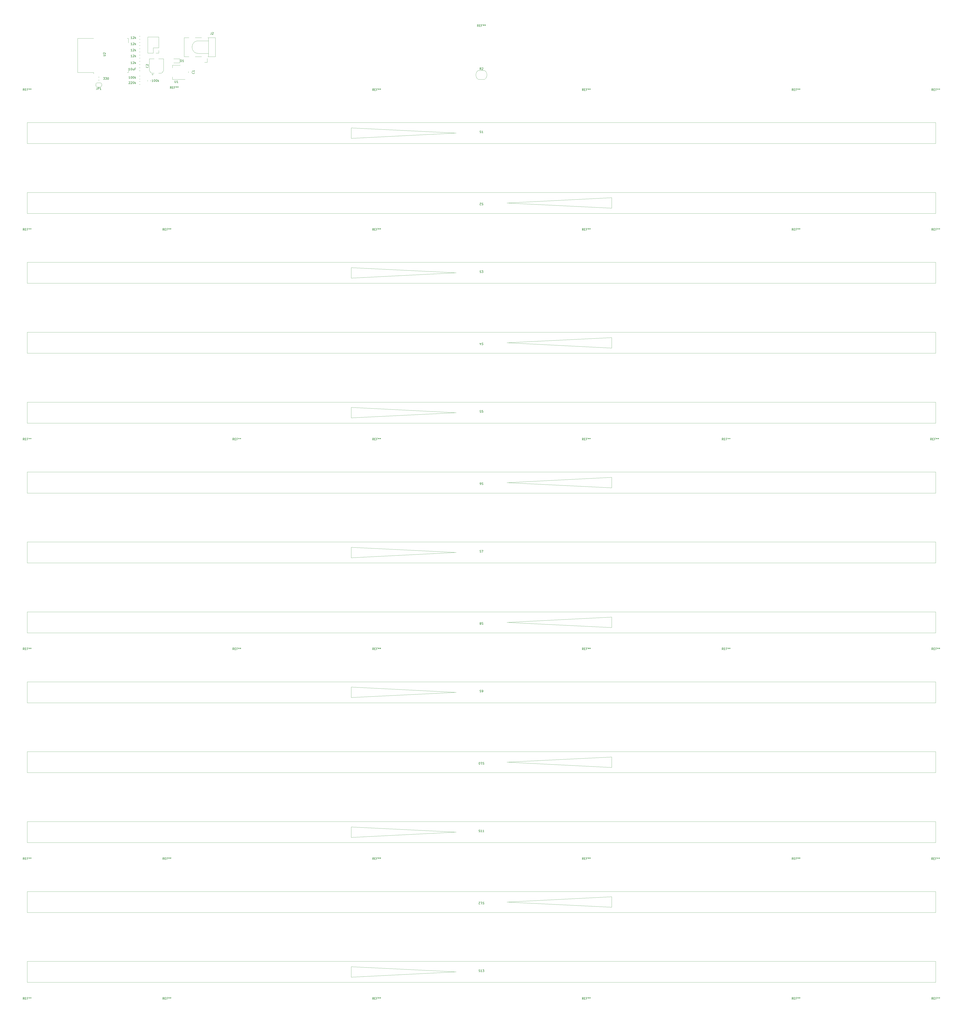
<source format=gto>
%TF.GenerationSoftware,KiCad,Pcbnew,(6.0.0)*%
%TF.CreationDate,2023-08-02T11:37:25+02:00*%
%TF.ProjectId,backpannel_pcb_13x13_big,6261636b-7061-46e6-9e65-6c5f7063625f,rev?*%
%TF.SameCoordinates,Original*%
%TF.FileFunction,Legend,Top*%
%TF.FilePolarity,Positive*%
%FSLAX46Y46*%
G04 Gerber Fmt 4.6, Leading zero omitted, Abs format (unit mm)*
G04 Created by KiCad (PCBNEW (6.0.0)) date 2023-08-02 11:37:25*
%MOMM*%
%LPD*%
G01*
G04 APERTURE LIST*
%ADD10C,0.150000*%
%ADD11C,0.120000*%
G04 APERTURE END LIST*
D10*
%TO.C,R5*%
X383404761Y-326189380D02*
X382833333Y-326189380D01*
X383119047Y-326189380D02*
X383119047Y-325189380D01*
X383023809Y-325332238D01*
X382928571Y-325427476D01*
X382833333Y-325475095D01*
X383785714Y-325284619D02*
X383833333Y-325237000D01*
X383928571Y-325189380D01*
X384166666Y-325189380D01*
X384261904Y-325237000D01*
X384309523Y-325284619D01*
X384357142Y-325379857D01*
X384357142Y-325475095D01*
X384309523Y-325617952D01*
X383738095Y-326189380D01*
X384357142Y-326189380D01*
X384785714Y-326189380D02*
X384785714Y-325189380D01*
X384880952Y-325808428D02*
X385166666Y-326189380D01*
X385166666Y-325522714D02*
X384785714Y-325903666D01*
%TO.C,REF\u002A\u002A*%
X498666316Y-508932740D02*
X498332983Y-508456550D01*
X498094888Y-508932740D02*
X498094888Y-507932740D01*
X498475840Y-507932740D01*
X498571078Y-507980360D01*
X498618697Y-508027979D01*
X498666316Y-508123217D01*
X498666316Y-508266074D01*
X498618697Y-508361312D01*
X498571078Y-508408931D01*
X498475840Y-508456550D01*
X498094888Y-508456550D01*
X499094888Y-508408931D02*
X499428221Y-508408931D01*
X499571078Y-508932740D02*
X499094888Y-508932740D01*
X499094888Y-507932740D01*
X499571078Y-507932740D01*
X500332983Y-508408931D02*
X499999650Y-508408931D01*
X499999650Y-508932740D02*
X499999650Y-507932740D01*
X500475840Y-507932740D01*
X500999650Y-507932740D02*
X500999650Y-508170836D01*
X500761554Y-508075598D02*
X500999650Y-508170836D01*
X501237745Y-508075598D01*
X500856792Y-508361312D02*
X500999650Y-508170836D01*
X501142507Y-508361312D01*
X501761554Y-507932740D02*
X501761554Y-508170836D01*
X501523459Y-508075598D02*
X501761554Y-508170836D01*
X501999650Y-508075598D01*
X501618697Y-508361312D02*
X501761554Y-508170836D01*
X501904411Y-508361312D01*
%TO.C,J2*%
X421166666Y-314452380D02*
X421166666Y-315166666D01*
X421119047Y-315309523D01*
X421023809Y-315404761D01*
X420880952Y-315452380D01*
X420785714Y-315452380D01*
X421595238Y-314547619D02*
X421642857Y-314500000D01*
X421738095Y-314452380D01*
X421976190Y-314452380D01*
X422071428Y-314500000D01*
X422119047Y-314547619D01*
X422166666Y-314642857D01*
X422166666Y-314738095D01*
X422119047Y-314880952D01*
X421547619Y-315452380D01*
X422166666Y-315452380D01*
%TO.C,REF\u002A\u002A*%
X398666326Y-775599380D02*
X398332993Y-775123190D01*
X398094898Y-775599380D02*
X398094898Y-774599380D01*
X398475850Y-774599380D01*
X398571088Y-774647000D01*
X398618707Y-774694619D01*
X398666326Y-774789857D01*
X398666326Y-774932714D01*
X398618707Y-775027952D01*
X398571088Y-775075571D01*
X398475850Y-775123190D01*
X398094898Y-775123190D01*
X399094898Y-775075571D02*
X399428231Y-775075571D01*
X399571088Y-775599380D02*
X399094898Y-775599380D01*
X399094898Y-774599380D01*
X399571088Y-774599380D01*
X400332993Y-775075571D02*
X399999660Y-775075571D01*
X399999660Y-775599380D02*
X399999660Y-774599380D01*
X400475850Y-774599380D01*
X400999660Y-774599380D02*
X400999660Y-774837476D01*
X400761564Y-774742238D02*
X400999660Y-774837476D01*
X401237755Y-774742238D01*
X400856802Y-775027952D02*
X400999660Y-774837476D01*
X401142517Y-775027952D01*
X401761564Y-774599380D02*
X401761564Y-774837476D01*
X401523469Y-774742238D02*
X401761564Y-774837476D01*
X401999660Y-774742238D01*
X401618707Y-775027952D02*
X401761564Y-774837476D01*
X401904421Y-775027952D01*
X398666326Y-408932750D02*
X398332993Y-408456560D01*
X398094898Y-408932750D02*
X398094898Y-407932750D01*
X398475850Y-407932750D01*
X398571088Y-407980370D01*
X398618707Y-408027989D01*
X398666326Y-408123227D01*
X398666326Y-408266084D01*
X398618707Y-408361322D01*
X398571088Y-408408941D01*
X398475850Y-408456560D01*
X398094898Y-408456560D01*
X399094898Y-408408941D02*
X399428231Y-408408941D01*
X399571088Y-408932750D02*
X399094898Y-408932750D01*
X399094898Y-407932750D01*
X399571088Y-407932750D01*
X400332993Y-408408941D02*
X399999660Y-408408941D01*
X399999660Y-408932750D02*
X399999660Y-407932750D01*
X400475850Y-407932750D01*
X400999660Y-407932750D02*
X400999660Y-408170846D01*
X400761564Y-408075608D02*
X400999660Y-408170846D01*
X401237755Y-408075608D01*
X400856802Y-408361322D02*
X400999660Y-408170846D01*
X401142517Y-408361322D01*
X401761564Y-407932750D02*
X401761564Y-408170846D01*
X401523469Y-408075608D02*
X401761564Y-408170846D01*
X401999660Y-408075608D01*
X401618707Y-408361322D02*
X401761564Y-408170846D01*
X401904421Y-408361322D01*
X598666306Y-775599380D02*
X598332973Y-775123190D01*
X598094878Y-775599380D02*
X598094878Y-774599380D01*
X598475830Y-774599380D01*
X598571068Y-774647000D01*
X598618687Y-774694619D01*
X598666306Y-774789857D01*
X598666306Y-774932714D01*
X598618687Y-775027952D01*
X598571068Y-775075571D01*
X598475830Y-775123190D01*
X598094878Y-775123190D01*
X599094878Y-775075571D02*
X599428211Y-775075571D01*
X599571068Y-775599380D02*
X599094878Y-775599380D01*
X599094878Y-774599380D01*
X599571068Y-774599380D01*
X600332973Y-775075571D02*
X599999640Y-775075571D01*
X599999640Y-775599380D02*
X599999640Y-774599380D01*
X600475830Y-774599380D01*
X600999640Y-774599380D02*
X600999640Y-774837476D01*
X600761544Y-774742238D02*
X600999640Y-774837476D01*
X601237735Y-774742238D01*
X600856782Y-775027952D02*
X600999640Y-774837476D01*
X601142497Y-775027952D01*
X601761544Y-774599380D02*
X601761544Y-774837476D01*
X601523449Y-774742238D02*
X601761544Y-774837476D01*
X601999640Y-774742238D01*
X601618687Y-775027952D02*
X601761544Y-774837476D01*
X601904401Y-775027952D01*
%TO.C,S2*%
X550761904Y-395873538D02*
X550619047Y-395825919D01*
X550380952Y-395825919D01*
X550285714Y-395873538D01*
X550238095Y-395921157D01*
X550190476Y-396016395D01*
X550190476Y-396111633D01*
X550238095Y-396206871D01*
X550285714Y-396254490D01*
X550380952Y-396302109D01*
X550571428Y-396349728D01*
X550666666Y-396397347D01*
X550714285Y-396444966D01*
X550761904Y-396540204D01*
X550761904Y-396635442D01*
X550714285Y-396730680D01*
X550666666Y-396778300D01*
X550571428Y-396825919D01*
X550333333Y-396825919D01*
X550190476Y-396778300D01*
X549809523Y-396730680D02*
X549761904Y-396778300D01*
X549666666Y-396825919D01*
X549428571Y-396825919D01*
X549333333Y-396778300D01*
X549285714Y-396730680D01*
X549238095Y-396635442D01*
X549238095Y-396540204D01*
X549285714Y-396397347D01*
X549857142Y-395825919D01*
X549238095Y-395825919D01*
%TO.C,S1*%
X549238095Y-362349761D02*
X549380952Y-362397380D01*
X549619047Y-362397380D01*
X549714285Y-362349761D01*
X549761904Y-362302142D01*
X549809523Y-362206904D01*
X549809523Y-362111666D01*
X549761904Y-362016428D01*
X549714285Y-361968809D01*
X549619047Y-361921190D01*
X549428571Y-361873571D01*
X549333333Y-361825952D01*
X549285714Y-361778333D01*
X549238095Y-361683095D01*
X549238095Y-361587857D01*
X549285714Y-361492619D01*
X549333333Y-361445000D01*
X549428571Y-361397380D01*
X549666666Y-361397380D01*
X549809523Y-361445000D01*
X550761904Y-362397380D02*
X550190476Y-362397380D01*
X550476190Y-362397380D02*
X550476190Y-361397380D01*
X550380952Y-361540238D01*
X550285714Y-361635476D01*
X550190476Y-361683095D01*
%TO.C,REF\u002A\u002A*%
X331999996Y-342242380D02*
X331666663Y-341766190D01*
X331428568Y-342242380D02*
X331428568Y-341242380D01*
X331809520Y-341242380D01*
X331904758Y-341290000D01*
X331952377Y-341337619D01*
X331999996Y-341432857D01*
X331999996Y-341575714D01*
X331952377Y-341670952D01*
X331904758Y-341718571D01*
X331809520Y-341766190D01*
X331428568Y-341766190D01*
X332428568Y-341718571D02*
X332761901Y-341718571D01*
X332904758Y-342242380D02*
X332428568Y-342242380D01*
X332428568Y-341242380D01*
X332904758Y-341242380D01*
X333666663Y-341718571D02*
X333333330Y-341718571D01*
X333333330Y-342242380D02*
X333333330Y-341242380D01*
X333809520Y-341242380D01*
X334333330Y-341242380D02*
X334333330Y-341480476D01*
X334095234Y-341385238D02*
X334333330Y-341480476D01*
X334571425Y-341385238D01*
X334190472Y-341670952D02*
X334333330Y-341480476D01*
X334476187Y-341670952D01*
X335095234Y-341242380D02*
X335095234Y-341480476D01*
X334857139Y-341385238D02*
X335095234Y-341480476D01*
X335333330Y-341385238D01*
X334952377Y-341670952D02*
X335095234Y-341480476D01*
X335238091Y-341670952D01*
X698666296Y-775599380D02*
X698332963Y-775123190D01*
X698094868Y-775599380D02*
X698094868Y-774599380D01*
X698475820Y-774599380D01*
X698571058Y-774647000D01*
X698618677Y-774694619D01*
X698666296Y-774789857D01*
X698666296Y-774932714D01*
X698618677Y-775027952D01*
X698571058Y-775075571D01*
X698475820Y-775123190D01*
X698094868Y-775123190D01*
X699094868Y-775075571D02*
X699428201Y-775075571D01*
X699571058Y-775599380D02*
X699094868Y-775599380D01*
X699094868Y-774599380D01*
X699571058Y-774599380D01*
X700332963Y-775075571D02*
X699999630Y-775075571D01*
X699999630Y-775599380D02*
X699999630Y-774599380D01*
X700475820Y-774599380D01*
X700999630Y-774599380D02*
X700999630Y-774837476D01*
X700761534Y-774742238D02*
X700999630Y-774837476D01*
X701237725Y-774742238D01*
X700856772Y-775027952D02*
X700999630Y-774837476D01*
X701142487Y-775027952D01*
X701761534Y-774599380D02*
X701761534Y-774837476D01*
X701523439Y-774742238D02*
X701761534Y-774837476D01*
X701999630Y-774742238D01*
X701618677Y-775027952D02*
X701761534Y-774837476D01*
X701904391Y-775027952D01*
X331999666Y-408932750D02*
X331666333Y-408456560D01*
X331428238Y-408932750D02*
X331428238Y-407932750D01*
X331809190Y-407932750D01*
X331904428Y-407980370D01*
X331952047Y-408027989D01*
X331999666Y-408123227D01*
X331999666Y-408266084D01*
X331952047Y-408361322D01*
X331904428Y-408408941D01*
X331809190Y-408456560D01*
X331428238Y-408456560D01*
X332428238Y-408408941D02*
X332761571Y-408408941D01*
X332904428Y-408932750D02*
X332428238Y-408932750D01*
X332428238Y-407932750D01*
X332904428Y-407932750D01*
X333666333Y-408408941D02*
X333333000Y-408408941D01*
X333333000Y-408932750D02*
X333333000Y-407932750D01*
X333809190Y-407932750D01*
X334333000Y-407932750D02*
X334333000Y-408170846D01*
X334094904Y-408075608D02*
X334333000Y-408170846D01*
X334571095Y-408075608D01*
X334190142Y-408361322D02*
X334333000Y-408170846D01*
X334475857Y-408361322D01*
X335094904Y-407932750D02*
X335094904Y-408170846D01*
X334856809Y-408075608D02*
X335094904Y-408170846D01*
X335333000Y-408075608D01*
X334952047Y-408361322D02*
X335094904Y-408170846D01*
X335237761Y-408361322D01*
%TO.C,S3*%
X549238095Y-429016361D02*
X549380952Y-429063980D01*
X549619047Y-429063980D01*
X549714285Y-429016361D01*
X549761904Y-428968742D01*
X549809523Y-428873504D01*
X549809523Y-428778266D01*
X549761904Y-428683028D01*
X549714285Y-428635409D01*
X549619047Y-428587790D01*
X549428571Y-428540171D01*
X549333333Y-428492552D01*
X549285714Y-428444933D01*
X549238095Y-428349695D01*
X549238095Y-428254457D01*
X549285714Y-428159219D01*
X549333333Y-428111600D01*
X549428571Y-428063980D01*
X549666666Y-428063980D01*
X549809523Y-428111600D01*
X550142857Y-428063980D02*
X550761904Y-428063980D01*
X550428571Y-428444933D01*
X550571428Y-428444933D01*
X550666666Y-428492552D01*
X550714285Y-428540171D01*
X550761904Y-428635409D01*
X550761904Y-428873504D01*
X550714285Y-428968742D01*
X550666666Y-429016361D01*
X550571428Y-429063980D01*
X550285714Y-429063980D01*
X550190476Y-429016361D01*
X550142857Y-428968742D01*
%TO.C,REF\u002A\u002A*%
X498666316Y-708932720D02*
X498332983Y-708456530D01*
X498094888Y-708932720D02*
X498094888Y-707932720D01*
X498475840Y-707932720D01*
X498571078Y-707980340D01*
X498618697Y-708027959D01*
X498666316Y-708123197D01*
X498666316Y-708266054D01*
X498618697Y-708361292D01*
X498571078Y-708408911D01*
X498475840Y-708456530D01*
X498094888Y-708456530D01*
X499094888Y-708408911D02*
X499428221Y-708408911D01*
X499571078Y-708932720D02*
X499094888Y-708932720D01*
X499094888Y-707932720D01*
X499571078Y-707932720D01*
X500332983Y-708408911D02*
X499999650Y-708408911D01*
X499999650Y-708932720D02*
X499999650Y-707932720D01*
X500475840Y-707932720D01*
X500999650Y-707932720D02*
X500999650Y-708170816D01*
X500761554Y-708075578D02*
X500999650Y-708170816D01*
X501237745Y-708075578D01*
X500856792Y-708361292D02*
X500999650Y-708170816D01*
X501142507Y-708361292D01*
X501761554Y-707932720D02*
X501761554Y-708170816D01*
X501523459Y-708075578D02*
X501761554Y-708170816D01*
X501999650Y-708075578D01*
X501618697Y-708361292D02*
X501761554Y-708170816D01*
X501904411Y-708361292D01*
X498666316Y-608932730D02*
X498332983Y-608456540D01*
X498094888Y-608932730D02*
X498094888Y-607932730D01*
X498475840Y-607932730D01*
X498571078Y-607980350D01*
X498618697Y-608027969D01*
X498666316Y-608123207D01*
X498666316Y-608266064D01*
X498618697Y-608361302D01*
X498571078Y-608408921D01*
X498475840Y-608456540D01*
X498094888Y-608456540D01*
X499094888Y-608408921D02*
X499428221Y-608408921D01*
X499571078Y-608932730D02*
X499094888Y-608932730D01*
X499094888Y-607932730D01*
X499571078Y-607932730D01*
X500332983Y-608408921D02*
X499999650Y-608408921D01*
X499999650Y-608932730D02*
X499999650Y-607932730D01*
X500475840Y-607932730D01*
X500999650Y-607932730D02*
X500999650Y-608170826D01*
X500761554Y-608075588D02*
X500999650Y-608170826D01*
X501237745Y-608075588D01*
X500856792Y-608361302D02*
X500999650Y-608170826D01*
X501142507Y-608361302D01*
X501761554Y-607932730D02*
X501761554Y-608170826D01*
X501523459Y-608075588D02*
X501761554Y-608170826D01*
X501999650Y-608075588D01*
X501618697Y-608361302D02*
X501761554Y-608170826D01*
X501904411Y-608361302D01*
X598666306Y-508932740D02*
X598332973Y-508456550D01*
X598094878Y-508932740D02*
X598094878Y-507932740D01*
X598475830Y-507932740D01*
X598571068Y-507980360D01*
X598618687Y-508027979D01*
X598666306Y-508123217D01*
X598666306Y-508266074D01*
X598618687Y-508361312D01*
X598571068Y-508408931D01*
X598475830Y-508456550D01*
X598094878Y-508456550D01*
X599094878Y-508408931D02*
X599428211Y-508408931D01*
X599571068Y-508932740D02*
X599094878Y-508932740D01*
X599094878Y-507932740D01*
X599571068Y-507932740D01*
X600332973Y-508408931D02*
X599999640Y-508408931D01*
X599999640Y-508932740D02*
X599999640Y-507932740D01*
X600475830Y-507932740D01*
X600999640Y-507932740D02*
X600999640Y-508170836D01*
X600761544Y-508075598D02*
X600999640Y-508170836D01*
X601237735Y-508075598D01*
X600856782Y-508361312D02*
X600999640Y-508170836D01*
X601142497Y-508361312D01*
X601761544Y-507932740D02*
X601761544Y-508170836D01*
X601523449Y-508075598D02*
X601761544Y-508170836D01*
X601999640Y-508075598D01*
X601618687Y-508361312D02*
X601761544Y-508170836D01*
X601904401Y-508361312D01*
X765332956Y-608932730D02*
X764999623Y-608456540D01*
X764761528Y-608932730D02*
X764761528Y-607932730D01*
X765142480Y-607932730D01*
X765237718Y-607980350D01*
X765285337Y-608027969D01*
X765332956Y-608123207D01*
X765332956Y-608266064D01*
X765285337Y-608361302D01*
X765237718Y-608408921D01*
X765142480Y-608456540D01*
X764761528Y-608456540D01*
X765761528Y-608408921D02*
X766094861Y-608408921D01*
X766237718Y-608932730D02*
X765761528Y-608932730D01*
X765761528Y-607932730D01*
X766237718Y-607932730D01*
X766999623Y-608408921D02*
X766666290Y-608408921D01*
X766666290Y-608932730D02*
X766666290Y-607932730D01*
X767142480Y-607932730D01*
X767666290Y-607932730D02*
X767666290Y-608170826D01*
X767428194Y-608075588D02*
X767666290Y-608170826D01*
X767904385Y-608075588D01*
X767523432Y-608361302D02*
X767666290Y-608170826D01*
X767809147Y-608361302D01*
X768428194Y-607932730D02*
X768428194Y-608170826D01*
X768190099Y-608075588D02*
X768428194Y-608170826D01*
X768666290Y-608075588D01*
X768285337Y-608361302D02*
X768428194Y-608170826D01*
X768571051Y-608361302D01*
X598666306Y-342266090D02*
X598332973Y-341789900D01*
X598094878Y-342266090D02*
X598094878Y-341266090D01*
X598475830Y-341266090D01*
X598571068Y-341313710D01*
X598618687Y-341361329D01*
X598666306Y-341456567D01*
X598666306Y-341599424D01*
X598618687Y-341694662D01*
X598571068Y-341742281D01*
X598475830Y-341789900D01*
X598094878Y-341789900D01*
X599094878Y-341742281D02*
X599428211Y-341742281D01*
X599571068Y-342266090D02*
X599094878Y-342266090D01*
X599094878Y-341266090D01*
X599571068Y-341266090D01*
X600332973Y-341742281D02*
X599999640Y-341742281D01*
X599999640Y-342266090D02*
X599999640Y-341266090D01*
X600475830Y-341266090D01*
X600999640Y-341266090D02*
X600999640Y-341504186D01*
X600761544Y-341408948D02*
X600999640Y-341504186D01*
X601237735Y-341408948D01*
X600856782Y-341694662D02*
X600999640Y-341504186D01*
X601142497Y-341694662D01*
X601761544Y-341266090D02*
X601761544Y-341504186D01*
X601523449Y-341408948D02*
X601761544Y-341504186D01*
X601999640Y-341408948D01*
X601618687Y-341694662D02*
X601761544Y-341504186D01*
X601904401Y-341694662D01*
%TO.C,S8*%
X550761904Y-595873338D02*
X550619047Y-595825719D01*
X550380952Y-595825719D01*
X550285714Y-595873338D01*
X550238095Y-595920957D01*
X550190476Y-596016195D01*
X550190476Y-596111433D01*
X550238095Y-596206671D01*
X550285714Y-596254290D01*
X550380952Y-596301909D01*
X550571428Y-596349528D01*
X550666666Y-596397147D01*
X550714285Y-596444766D01*
X550761904Y-596540004D01*
X550761904Y-596635242D01*
X550714285Y-596730480D01*
X550666666Y-596778100D01*
X550571428Y-596825719D01*
X550333333Y-596825719D01*
X550190476Y-596778100D01*
X549619047Y-596397147D02*
X549714285Y-596444766D01*
X549761904Y-596492385D01*
X549809523Y-596587623D01*
X549809523Y-596635242D01*
X549761904Y-596730480D01*
X549714285Y-596778100D01*
X549619047Y-596825719D01*
X549428571Y-596825719D01*
X549333333Y-596778100D01*
X549285714Y-596730480D01*
X549238095Y-596635242D01*
X549238095Y-596587623D01*
X549285714Y-596492385D01*
X549333333Y-596444766D01*
X549428571Y-596397147D01*
X549619047Y-596397147D01*
X549714285Y-596349528D01*
X549761904Y-596301909D01*
X549809523Y-596206671D01*
X549809523Y-596016195D01*
X549761904Y-595920957D01*
X549714285Y-595873338D01*
X549619047Y-595825719D01*
X549428571Y-595825719D01*
X549333333Y-595873338D01*
X549285714Y-595920957D01*
X549238095Y-596016195D01*
X549238095Y-596206671D01*
X549285714Y-596301909D01*
X549333333Y-596349528D01*
X549428571Y-596397147D01*
%TO.C,R1*%
X382428571Y-336452380D02*
X381857142Y-336452380D01*
X382142857Y-336452380D02*
X382142857Y-335452380D01*
X382047619Y-335595238D01*
X381952380Y-335690476D01*
X381857142Y-335738095D01*
X383047619Y-335452380D02*
X383142857Y-335452380D01*
X383238095Y-335500000D01*
X383285714Y-335547619D01*
X383333333Y-335642857D01*
X383380952Y-335833333D01*
X383380952Y-336071428D01*
X383333333Y-336261904D01*
X383285714Y-336357142D01*
X383238095Y-336404761D01*
X383142857Y-336452380D01*
X383047619Y-336452380D01*
X382952380Y-336404761D01*
X382904761Y-336357142D01*
X382857142Y-336261904D01*
X382809523Y-336071428D01*
X382809523Y-335833333D01*
X382857142Y-335642857D01*
X382904761Y-335547619D01*
X382952380Y-335500000D01*
X383047619Y-335452380D01*
X384000000Y-335452380D02*
X384095238Y-335452380D01*
X384190476Y-335500000D01*
X384238095Y-335547619D01*
X384285714Y-335642857D01*
X384333333Y-335833333D01*
X384333333Y-336071428D01*
X384285714Y-336261904D01*
X384238095Y-336357142D01*
X384190476Y-336404761D01*
X384095238Y-336452380D01*
X384000000Y-336452380D01*
X383904761Y-336404761D01*
X383857142Y-336357142D01*
X383809523Y-336261904D01*
X383761904Y-336071428D01*
X383761904Y-335833333D01*
X383809523Y-335642857D01*
X383857142Y-335547619D01*
X383904761Y-335500000D01*
X384000000Y-335452380D01*
X384761904Y-336452380D02*
X384761904Y-335452380D01*
X384857142Y-336071428D02*
X385142857Y-336452380D01*
X385142857Y-335785714D02*
X384761904Y-336166666D01*
%TO.C,REF\u002A\u002A*%
X331999666Y-708932720D02*
X331666333Y-708456530D01*
X331428238Y-708932720D02*
X331428238Y-707932720D01*
X331809190Y-707932720D01*
X331904428Y-707980340D01*
X331952047Y-708027959D01*
X331999666Y-708123197D01*
X331999666Y-708266054D01*
X331952047Y-708361292D01*
X331904428Y-708408911D01*
X331809190Y-708456530D01*
X331428238Y-708456530D01*
X332428238Y-708408911D02*
X332761571Y-708408911D01*
X332904428Y-708932720D02*
X332428238Y-708932720D01*
X332428238Y-707932720D01*
X332904428Y-707932720D01*
X333666333Y-708408911D02*
X333333000Y-708408911D01*
X333333000Y-708932720D02*
X333333000Y-707932720D01*
X333809190Y-707932720D01*
X334333000Y-707932720D02*
X334333000Y-708170816D01*
X334094904Y-708075578D02*
X334333000Y-708170816D01*
X334571095Y-708075578D01*
X334190142Y-708361292D02*
X334333000Y-708170816D01*
X334475857Y-708361292D01*
X335094904Y-707932720D02*
X335094904Y-708170816D01*
X334856809Y-708075578D02*
X335094904Y-708170816D01*
X335333000Y-708075578D01*
X334952047Y-708361292D02*
X335094904Y-708170816D01*
X335237761Y-708361292D01*
X431999656Y-508932740D02*
X431666323Y-508456550D01*
X431428228Y-508932740D02*
X431428228Y-507932740D01*
X431809180Y-507932740D01*
X431904418Y-507980360D01*
X431952037Y-508027979D01*
X431999656Y-508123217D01*
X431999656Y-508266074D01*
X431952037Y-508361312D01*
X431904418Y-508408931D01*
X431809180Y-508456550D01*
X431428228Y-508456550D01*
X432428228Y-508408931D02*
X432761561Y-508408931D01*
X432904418Y-508932740D02*
X432428228Y-508932740D01*
X432428228Y-507932740D01*
X432904418Y-507932740D01*
X433666323Y-508408931D02*
X433332990Y-508408931D01*
X433332990Y-508932740D02*
X433332990Y-507932740D01*
X433809180Y-507932740D01*
X434332990Y-507932740D02*
X434332990Y-508170836D01*
X434094894Y-508075598D02*
X434332990Y-508170836D01*
X434571085Y-508075598D01*
X434190132Y-508361312D02*
X434332990Y-508170836D01*
X434475847Y-508361312D01*
X435094894Y-507932740D02*
X435094894Y-508170836D01*
X434856799Y-508075598D02*
X435094894Y-508170836D01*
X435332990Y-508075598D01*
X434952037Y-508361312D02*
X435094894Y-508170836D01*
X435237751Y-508361312D01*
X765332956Y-408932750D02*
X764999623Y-408456560D01*
X764761528Y-408932750D02*
X764761528Y-407932750D01*
X765142480Y-407932750D01*
X765237718Y-407980370D01*
X765285337Y-408027989D01*
X765332956Y-408123227D01*
X765332956Y-408266084D01*
X765285337Y-408361322D01*
X765237718Y-408408941D01*
X765142480Y-408456560D01*
X764761528Y-408456560D01*
X765761528Y-408408941D02*
X766094861Y-408408941D01*
X766237718Y-408932750D02*
X765761528Y-408932750D01*
X765761528Y-407932750D01*
X766237718Y-407932750D01*
X766999623Y-408408941D02*
X766666290Y-408408941D01*
X766666290Y-408932750D02*
X766666290Y-407932750D01*
X767142480Y-407932750D01*
X767666290Y-407932750D02*
X767666290Y-408170846D01*
X767428194Y-408075608D02*
X767666290Y-408170846D01*
X767904385Y-408075608D01*
X767523432Y-408361322D02*
X767666290Y-408170846D01*
X767809147Y-408361322D01*
X768428194Y-407932750D02*
X768428194Y-408170846D01*
X768190099Y-408075608D02*
X768428194Y-408170846D01*
X768666290Y-408075608D01*
X768285337Y-408361322D02*
X768428194Y-408170846D01*
X768571051Y-408361322D01*
X498666316Y-342266090D02*
X498332983Y-341789900D01*
X498094888Y-342266090D02*
X498094888Y-341266090D01*
X498475840Y-341266090D01*
X498571078Y-341313710D01*
X498618697Y-341361329D01*
X498666316Y-341456567D01*
X498666316Y-341599424D01*
X498618697Y-341694662D01*
X498571078Y-341742281D01*
X498475840Y-341789900D01*
X498094888Y-341789900D01*
X499094888Y-341742281D02*
X499428221Y-341742281D01*
X499571078Y-342266090D02*
X499094888Y-342266090D01*
X499094888Y-341266090D01*
X499571078Y-341266090D01*
X500332983Y-341742281D02*
X499999650Y-341742281D01*
X499999650Y-342266090D02*
X499999650Y-341266090D01*
X500475840Y-341266090D01*
X500999650Y-341266090D02*
X500999650Y-341504186D01*
X500761554Y-341408948D02*
X500999650Y-341504186D01*
X501237745Y-341408948D01*
X500856792Y-341694662D02*
X500999650Y-341504186D01*
X501142507Y-341694662D01*
X501761554Y-341266090D02*
X501761554Y-341504186D01*
X501523459Y-341408948D02*
X501761554Y-341504186D01*
X501999650Y-341408948D01*
X501618697Y-341694662D02*
X501761554Y-341504186D01*
X501904411Y-341694662D01*
X548656666Y-311752380D02*
X548323333Y-311276190D01*
X548085238Y-311752380D02*
X548085238Y-310752380D01*
X548466190Y-310752380D01*
X548561428Y-310800000D01*
X548609047Y-310847619D01*
X548656666Y-310942857D01*
X548656666Y-311085714D01*
X548609047Y-311180952D01*
X548561428Y-311228571D01*
X548466190Y-311276190D01*
X548085238Y-311276190D01*
X549085238Y-311228571D02*
X549418571Y-311228571D01*
X549561428Y-311752380D02*
X549085238Y-311752380D01*
X549085238Y-310752380D01*
X549561428Y-310752380D01*
X550323333Y-311228571D02*
X549990000Y-311228571D01*
X549990000Y-311752380D02*
X549990000Y-310752380D01*
X550466190Y-310752380D01*
X550990000Y-310752380D02*
X550990000Y-310990476D01*
X550751904Y-310895238D02*
X550990000Y-310990476D01*
X551228095Y-310895238D01*
X550847142Y-311180952D02*
X550990000Y-310990476D01*
X551132857Y-311180952D01*
X551751904Y-310752380D02*
X551751904Y-310990476D01*
X551513809Y-310895238D02*
X551751904Y-310990476D01*
X551990000Y-310895238D01*
X551609047Y-311180952D02*
X551751904Y-310990476D01*
X551894761Y-311180952D01*
X498666316Y-775599380D02*
X498332983Y-775123190D01*
X498094888Y-775599380D02*
X498094888Y-774599380D01*
X498475840Y-774599380D01*
X498571078Y-774647000D01*
X498618697Y-774694619D01*
X498666316Y-774789857D01*
X498666316Y-774932714D01*
X498618697Y-775027952D01*
X498571078Y-775075571D01*
X498475840Y-775123190D01*
X498094888Y-775123190D01*
X499094888Y-775075571D02*
X499428221Y-775075571D01*
X499571078Y-775599380D02*
X499094888Y-775599380D01*
X499094888Y-774599380D01*
X499571078Y-774599380D01*
X500332983Y-775075571D02*
X499999650Y-775075571D01*
X499999650Y-775599380D02*
X499999650Y-774599380D01*
X500475840Y-774599380D01*
X500999650Y-774599380D02*
X500999650Y-774837476D01*
X500761554Y-774742238D02*
X500999650Y-774837476D01*
X501237745Y-774742238D01*
X500856792Y-775027952D02*
X500999650Y-774837476D01*
X501142507Y-775027952D01*
X501761554Y-774599380D02*
X501761554Y-774837476D01*
X501523459Y-774742238D02*
X501761554Y-774837476D01*
X501999650Y-774742238D01*
X501618697Y-775027952D02*
X501761554Y-774837476D01*
X501904411Y-775027952D01*
X431999656Y-608932730D02*
X431666323Y-608456540D01*
X431428228Y-608932730D02*
X431428228Y-607932730D01*
X431809180Y-607932730D01*
X431904418Y-607980350D01*
X431952037Y-608027969D01*
X431999656Y-608123207D01*
X431999656Y-608266064D01*
X431952037Y-608361302D01*
X431904418Y-608408921D01*
X431809180Y-608456540D01*
X431428228Y-608456540D01*
X432428228Y-608408921D02*
X432761561Y-608408921D01*
X432904418Y-608932730D02*
X432428228Y-608932730D01*
X432428228Y-607932730D01*
X432904418Y-607932730D01*
X433666323Y-608408921D02*
X433332990Y-608408921D01*
X433332990Y-608932730D02*
X433332990Y-607932730D01*
X433809180Y-607932730D01*
X434332990Y-607932730D02*
X434332990Y-608170826D01*
X434094894Y-608075588D02*
X434332990Y-608170826D01*
X434571085Y-608075588D01*
X434190132Y-608361302D02*
X434332990Y-608170826D01*
X434475847Y-608361302D01*
X435094894Y-607932730D02*
X435094894Y-608170826D01*
X434856799Y-608075588D02*
X435094894Y-608170826D01*
X435332990Y-608075588D01*
X434952037Y-608361302D02*
X435094894Y-608170826D01*
X435237751Y-608361302D01*
%TO.C,R3*%
X393428571Y-337952380D02*
X392857142Y-337952380D01*
X393142857Y-337952380D02*
X393142857Y-336952380D01*
X393047619Y-337095238D01*
X392952380Y-337190476D01*
X392857142Y-337238095D01*
X394047619Y-336952380D02*
X394142857Y-336952380D01*
X394238095Y-337000000D01*
X394285714Y-337047619D01*
X394333333Y-337142857D01*
X394380952Y-337333333D01*
X394380952Y-337571428D01*
X394333333Y-337761904D01*
X394285714Y-337857142D01*
X394238095Y-337904761D01*
X394142857Y-337952380D01*
X394047619Y-337952380D01*
X393952380Y-337904761D01*
X393904761Y-337857142D01*
X393857142Y-337761904D01*
X393809523Y-337571428D01*
X393809523Y-337333333D01*
X393857142Y-337142857D01*
X393904761Y-337047619D01*
X393952380Y-337000000D01*
X394047619Y-336952380D01*
X395000000Y-336952380D02*
X395095238Y-336952380D01*
X395190476Y-337000000D01*
X395238095Y-337047619D01*
X395285714Y-337142857D01*
X395333333Y-337333333D01*
X395333333Y-337571428D01*
X395285714Y-337761904D01*
X395238095Y-337857142D01*
X395190476Y-337904761D01*
X395095238Y-337952380D01*
X395000000Y-337952380D01*
X394904761Y-337904761D01*
X394857142Y-337857142D01*
X394809523Y-337761904D01*
X394761904Y-337571428D01*
X394761904Y-337333333D01*
X394809523Y-337142857D01*
X394857142Y-337047619D01*
X394904761Y-337000000D01*
X395000000Y-336952380D01*
X395761904Y-337952380D02*
X395761904Y-336952380D01*
X395857142Y-337571428D02*
X396142857Y-337952380D01*
X396142857Y-337285714D02*
X395761904Y-337666666D01*
%TO.C,S12*%
X551238095Y-729206538D02*
X551095238Y-729158919D01*
X550857142Y-729158919D01*
X550761904Y-729206538D01*
X550714285Y-729254157D01*
X550666666Y-729349395D01*
X550666666Y-729444633D01*
X550714285Y-729539871D01*
X550761904Y-729587490D01*
X550857142Y-729635109D01*
X551047619Y-729682728D01*
X551142857Y-729730347D01*
X551190476Y-729777966D01*
X551238095Y-729873204D01*
X551238095Y-729968442D01*
X551190476Y-730063680D01*
X551142857Y-730111300D01*
X551047619Y-730158919D01*
X550809523Y-730158919D01*
X550666666Y-730111300D01*
X549714285Y-729158919D02*
X550285714Y-729158919D01*
X550000000Y-729158919D02*
X550000000Y-730158919D01*
X550095238Y-730016061D01*
X550190476Y-729920823D01*
X550285714Y-729873204D01*
X549333333Y-730063680D02*
X549285714Y-730111300D01*
X549190476Y-730158919D01*
X548952380Y-730158919D01*
X548857142Y-730111300D01*
X548809523Y-730063680D01*
X548761904Y-729968442D01*
X548761904Y-729873204D01*
X548809523Y-729730347D01*
X549380952Y-729158919D01*
X548761904Y-729158919D01*
%TO.C,REF\u002A\u002A*%
X698666296Y-708932720D02*
X698332963Y-708456530D01*
X698094868Y-708932720D02*
X698094868Y-707932720D01*
X698475820Y-707932720D01*
X698571058Y-707980340D01*
X698618677Y-708027959D01*
X698666296Y-708123197D01*
X698666296Y-708266054D01*
X698618677Y-708361292D01*
X698571058Y-708408911D01*
X698475820Y-708456530D01*
X698094868Y-708456530D01*
X699094868Y-708408911D02*
X699428201Y-708408911D01*
X699571058Y-708932720D02*
X699094868Y-708932720D01*
X699094868Y-707932720D01*
X699571058Y-707932720D01*
X700332963Y-708408911D02*
X699999630Y-708408911D01*
X699999630Y-708932720D02*
X699999630Y-707932720D01*
X700475820Y-707932720D01*
X700999630Y-707932720D02*
X700999630Y-708170816D01*
X700761534Y-708075578D02*
X700999630Y-708170816D01*
X701237725Y-708075578D01*
X700856772Y-708361292D02*
X700999630Y-708170816D01*
X701142487Y-708361292D01*
X701761534Y-707932720D02*
X701761534Y-708170816D01*
X701523439Y-708075578D02*
X701761534Y-708170816D01*
X701999630Y-708075578D01*
X701618677Y-708361292D02*
X701761534Y-708170816D01*
X701904391Y-708361292D01*
%TO.C,S9*%
X549238095Y-629016161D02*
X549380952Y-629063780D01*
X549619047Y-629063780D01*
X549714285Y-629016161D01*
X549761904Y-628968542D01*
X549809523Y-628873304D01*
X549809523Y-628778066D01*
X549761904Y-628682828D01*
X549714285Y-628635209D01*
X549619047Y-628587590D01*
X549428571Y-628539971D01*
X549333333Y-628492352D01*
X549285714Y-628444733D01*
X549238095Y-628349495D01*
X549238095Y-628254257D01*
X549285714Y-628159019D01*
X549333333Y-628111400D01*
X549428571Y-628063780D01*
X549666666Y-628063780D01*
X549809523Y-628111400D01*
X550285714Y-629063780D02*
X550476190Y-629063780D01*
X550571428Y-629016161D01*
X550619047Y-628968542D01*
X550714285Y-628825685D01*
X550761904Y-628635209D01*
X550761904Y-628254257D01*
X550714285Y-628159019D01*
X550666666Y-628111400D01*
X550571428Y-628063780D01*
X550380952Y-628063780D01*
X550285714Y-628111400D01*
X550238095Y-628159019D01*
X550190476Y-628254257D01*
X550190476Y-628492352D01*
X550238095Y-628587590D01*
X550285714Y-628635209D01*
X550380952Y-628682828D01*
X550571428Y-628682828D01*
X550666666Y-628635209D01*
X550714285Y-628587590D01*
X550761904Y-628492352D01*
%TO.C,REF\u002A\u002A*%
X598666306Y-608932730D02*
X598332973Y-608456540D01*
X598094878Y-608932730D02*
X598094878Y-607932730D01*
X598475830Y-607932730D01*
X598571068Y-607980350D01*
X598618687Y-608027969D01*
X598666306Y-608123207D01*
X598666306Y-608266064D01*
X598618687Y-608361302D01*
X598571068Y-608408921D01*
X598475830Y-608456540D01*
X598094878Y-608456540D01*
X599094878Y-608408921D02*
X599428211Y-608408921D01*
X599571068Y-608932730D02*
X599094878Y-608932730D01*
X599094878Y-607932730D01*
X599571068Y-607932730D01*
X600332973Y-608408921D02*
X599999640Y-608408921D01*
X599999640Y-608932730D02*
X599999640Y-607932730D01*
X600475830Y-607932730D01*
X600999640Y-607932730D02*
X600999640Y-608170826D01*
X600761544Y-608075588D02*
X600999640Y-608170826D01*
X601237735Y-608075588D01*
X600856782Y-608361302D02*
X600999640Y-608170826D01*
X601142497Y-608361302D01*
X601761544Y-607932730D02*
X601761544Y-608170826D01*
X601523449Y-608075588D02*
X601761544Y-608170826D01*
X601999640Y-608075588D01*
X601618687Y-608361302D02*
X601761544Y-608170826D01*
X601904401Y-608361302D01*
%TO.C,JP1*%
X366666666Y-340752380D02*
X366666666Y-341466666D01*
X366619047Y-341609523D01*
X366523809Y-341704761D01*
X366380952Y-341752380D01*
X366285714Y-341752380D01*
X367142857Y-341752380D02*
X367142857Y-340752380D01*
X367523809Y-340752380D01*
X367619047Y-340800000D01*
X367666666Y-340847619D01*
X367714285Y-340942857D01*
X367714285Y-341085714D01*
X367666666Y-341180952D01*
X367619047Y-341228571D01*
X367523809Y-341276190D01*
X367142857Y-341276190D01*
X368666666Y-341752380D02*
X368095238Y-341752380D01*
X368380952Y-341752380D02*
X368380952Y-340752380D01*
X368285714Y-340895238D01*
X368190476Y-340990476D01*
X368095238Y-341038095D01*
%TO.C,REF\u002A\u002A*%
X331999666Y-775599380D02*
X331666333Y-775123190D01*
X331428238Y-775599380D02*
X331428238Y-774599380D01*
X331809190Y-774599380D01*
X331904428Y-774647000D01*
X331952047Y-774694619D01*
X331999666Y-774789857D01*
X331999666Y-774932714D01*
X331952047Y-775027952D01*
X331904428Y-775075571D01*
X331809190Y-775123190D01*
X331428238Y-775123190D01*
X332428238Y-775075571D02*
X332761571Y-775075571D01*
X332904428Y-775599380D02*
X332428238Y-775599380D01*
X332428238Y-774599380D01*
X332904428Y-774599380D01*
X333666333Y-775075571D02*
X333333000Y-775075571D01*
X333333000Y-775599380D02*
X333333000Y-774599380D01*
X333809190Y-774599380D01*
X334333000Y-774599380D02*
X334333000Y-774837476D01*
X334094904Y-774742238D02*
X334333000Y-774837476D01*
X334571095Y-774742238D01*
X334190142Y-775027952D02*
X334333000Y-774837476D01*
X334475857Y-775027952D01*
X335094904Y-774599380D02*
X335094904Y-774837476D01*
X334856809Y-774742238D02*
X335094904Y-774837476D01*
X335333000Y-774742238D01*
X334952047Y-775027952D02*
X335094904Y-774837476D01*
X335237761Y-775027952D01*
%TO.C,S4*%
X550761904Y-462540138D02*
X550619047Y-462492519D01*
X550380952Y-462492519D01*
X550285714Y-462540138D01*
X550238095Y-462587757D01*
X550190476Y-462682995D01*
X550190476Y-462778233D01*
X550238095Y-462873471D01*
X550285714Y-462921090D01*
X550380952Y-462968709D01*
X550571428Y-463016328D01*
X550666666Y-463063947D01*
X550714285Y-463111566D01*
X550761904Y-463206804D01*
X550761904Y-463302042D01*
X550714285Y-463397280D01*
X550666666Y-463444900D01*
X550571428Y-463492519D01*
X550333333Y-463492519D01*
X550190476Y-463444900D01*
X549333333Y-463159185D02*
X549333333Y-462492519D01*
X549571428Y-463540138D02*
X549809523Y-462825852D01*
X549190476Y-462825852D01*
%TO.C,S10*%
X551238095Y-662539938D02*
X551095238Y-662492319D01*
X550857142Y-662492319D01*
X550761904Y-662539938D01*
X550714285Y-662587557D01*
X550666666Y-662682795D01*
X550666666Y-662778033D01*
X550714285Y-662873271D01*
X550761904Y-662920890D01*
X550857142Y-662968509D01*
X551047619Y-663016128D01*
X551142857Y-663063747D01*
X551190476Y-663111366D01*
X551238095Y-663206604D01*
X551238095Y-663301842D01*
X551190476Y-663397080D01*
X551142857Y-663444700D01*
X551047619Y-663492319D01*
X550809523Y-663492319D01*
X550666666Y-663444700D01*
X549714285Y-662492319D02*
X550285714Y-662492319D01*
X550000000Y-662492319D02*
X550000000Y-663492319D01*
X550095238Y-663349461D01*
X550190476Y-663254223D01*
X550285714Y-663206604D01*
X549095238Y-663492319D02*
X549000000Y-663492319D01*
X548904761Y-663444700D01*
X548857142Y-663397080D01*
X548809523Y-663301842D01*
X548761904Y-663111366D01*
X548761904Y-662873271D01*
X548809523Y-662682795D01*
X548857142Y-662587557D01*
X548904761Y-662539938D01*
X549000000Y-662492319D01*
X549095238Y-662492319D01*
X549190476Y-662539938D01*
X549238095Y-662587557D01*
X549285714Y-662682795D01*
X549333333Y-662873271D01*
X549333333Y-663111366D01*
X549285714Y-663301842D01*
X549238095Y-663397080D01*
X549190476Y-663444700D01*
X549095238Y-663492319D01*
%TO.C,R8*%
X383404761Y-320434380D02*
X382833333Y-320434380D01*
X383119047Y-320434380D02*
X383119047Y-319434380D01*
X383023809Y-319577238D01*
X382928571Y-319672476D01*
X382833333Y-319720095D01*
X383785714Y-319529619D02*
X383833333Y-319482000D01*
X383928571Y-319434380D01*
X384166666Y-319434380D01*
X384261904Y-319482000D01*
X384309523Y-319529619D01*
X384357142Y-319624857D01*
X384357142Y-319720095D01*
X384309523Y-319862952D01*
X383738095Y-320434380D01*
X384357142Y-320434380D01*
X384785714Y-320434380D02*
X384785714Y-319434380D01*
X384880952Y-320053428D02*
X385166666Y-320434380D01*
X385166666Y-319767714D02*
X384785714Y-320148666D01*
%TO.C,REF\u002A\u002A*%
X402166326Y-341266090D02*
X401832993Y-340789900D01*
X401594898Y-341266090D02*
X401594898Y-340266090D01*
X401975850Y-340266090D01*
X402071088Y-340313710D01*
X402118707Y-340361329D01*
X402166326Y-340456567D01*
X402166326Y-340599424D01*
X402118707Y-340694662D01*
X402071088Y-340742281D01*
X401975850Y-340789900D01*
X401594898Y-340789900D01*
X402594898Y-340742281D02*
X402928231Y-340742281D01*
X403071088Y-341266090D02*
X402594898Y-341266090D01*
X402594898Y-340266090D01*
X403071088Y-340266090D01*
X403832993Y-340742281D02*
X403499660Y-340742281D01*
X403499660Y-341266090D02*
X403499660Y-340266090D01*
X403975850Y-340266090D01*
X404499660Y-340266090D02*
X404499660Y-340504186D01*
X404261564Y-340408948D02*
X404499660Y-340504186D01*
X404737755Y-340408948D01*
X404356802Y-340694662D02*
X404499660Y-340504186D01*
X404642517Y-340694662D01*
X405261564Y-340266090D02*
X405261564Y-340504186D01*
X405023469Y-340408948D02*
X405261564Y-340504186D01*
X405499660Y-340408948D01*
X405118707Y-340694662D02*
X405261564Y-340504186D01*
X405404421Y-340694662D01*
X598666306Y-708932720D02*
X598332973Y-708456530D01*
X598094878Y-708932720D02*
X598094878Y-707932720D01*
X598475830Y-707932720D01*
X598571068Y-707980340D01*
X598618687Y-708027959D01*
X598666306Y-708123197D01*
X598666306Y-708266054D01*
X598618687Y-708361292D01*
X598571068Y-708408911D01*
X598475830Y-708456530D01*
X598094878Y-708456530D01*
X599094878Y-708408911D02*
X599428211Y-708408911D01*
X599571068Y-708932720D02*
X599094878Y-708932720D01*
X599094878Y-707932720D01*
X599571068Y-707932720D01*
X600332973Y-708408911D02*
X599999640Y-708408911D01*
X599999640Y-708932720D02*
X599999640Y-707932720D01*
X600475830Y-707932720D01*
X600999640Y-707932720D02*
X600999640Y-708170816D01*
X600761544Y-708075578D02*
X600999640Y-708170816D01*
X601237735Y-708075578D01*
X600856782Y-708361292D02*
X600999640Y-708170816D01*
X601142497Y-708361292D01*
X601761544Y-707932720D02*
X601761544Y-708170816D01*
X601523449Y-708075578D02*
X601761544Y-708170816D01*
X601999640Y-708075578D01*
X601618687Y-708361292D02*
X601761544Y-708170816D01*
X601904401Y-708361292D01*
X765266666Y-708952380D02*
X764933333Y-708476190D01*
X764695238Y-708952380D02*
X764695238Y-707952380D01*
X765076190Y-707952380D01*
X765171428Y-708000000D01*
X765219047Y-708047619D01*
X765266666Y-708142857D01*
X765266666Y-708285714D01*
X765219047Y-708380952D01*
X765171428Y-708428571D01*
X765076190Y-708476190D01*
X764695238Y-708476190D01*
X765695238Y-708428571D02*
X766028571Y-708428571D01*
X766171428Y-708952380D02*
X765695238Y-708952380D01*
X765695238Y-707952380D01*
X766171428Y-707952380D01*
X766933333Y-708428571D02*
X766600000Y-708428571D01*
X766600000Y-708952380D02*
X766600000Y-707952380D01*
X767076190Y-707952380D01*
X767600000Y-707952380D02*
X767600000Y-708190476D01*
X767361904Y-708095238D02*
X767600000Y-708190476D01*
X767838095Y-708095238D01*
X767457142Y-708380952D02*
X767600000Y-708190476D01*
X767742857Y-708380952D01*
X768361904Y-707952380D02*
X768361904Y-708190476D01*
X768123809Y-708095238D02*
X768361904Y-708190476D01*
X768600000Y-708095238D01*
X768219047Y-708380952D02*
X768361904Y-708190476D01*
X768504761Y-708380952D01*
X331999666Y-508932740D02*
X331666333Y-508456550D01*
X331428238Y-508932740D02*
X331428238Y-507932740D01*
X331809190Y-507932740D01*
X331904428Y-507980360D01*
X331952047Y-508027979D01*
X331999666Y-508123217D01*
X331999666Y-508266074D01*
X331952047Y-508361312D01*
X331904428Y-508408931D01*
X331809190Y-508456550D01*
X331428238Y-508456550D01*
X332428238Y-508408931D02*
X332761571Y-508408931D01*
X332904428Y-508932740D02*
X332428238Y-508932740D01*
X332428238Y-507932740D01*
X332904428Y-507932740D01*
X333666333Y-508408931D02*
X333333000Y-508408931D01*
X333333000Y-508932740D02*
X333333000Y-507932740D01*
X333809190Y-507932740D01*
X334333000Y-507932740D02*
X334333000Y-508170836D01*
X334094904Y-508075598D02*
X334333000Y-508170836D01*
X334571095Y-508075598D01*
X334190142Y-508361312D02*
X334333000Y-508170836D01*
X334475857Y-508361312D01*
X335094904Y-507932740D02*
X335094904Y-508170836D01*
X334856809Y-508075598D02*
X335094904Y-508170836D01*
X335333000Y-508075598D01*
X334952047Y-508361312D02*
X335094904Y-508170836D01*
X335237761Y-508361312D01*
%TO.C,D1*%
X406520904Y-328511380D02*
X406520904Y-327511380D01*
X406759000Y-327511380D01*
X406901857Y-327559000D01*
X406997095Y-327654238D01*
X407044714Y-327749476D01*
X407092333Y-327939952D01*
X407092333Y-328082809D01*
X407044714Y-328273285D01*
X406997095Y-328368523D01*
X406901857Y-328463761D01*
X406759000Y-328511380D01*
X406520904Y-328511380D01*
X408044714Y-328511380D02*
X407473285Y-328511380D01*
X407759000Y-328511380D02*
X407759000Y-327511380D01*
X407663761Y-327654238D01*
X407568523Y-327749476D01*
X407473285Y-327797095D01*
%TO.C,REF\u002A\u002A*%
X698666296Y-408932750D02*
X698332963Y-408456560D01*
X698094868Y-408932750D02*
X698094868Y-407932750D01*
X698475820Y-407932750D01*
X698571058Y-407980370D01*
X698618677Y-408027989D01*
X698666296Y-408123227D01*
X698666296Y-408266084D01*
X698618677Y-408361322D01*
X698571058Y-408408941D01*
X698475820Y-408456560D01*
X698094868Y-408456560D01*
X699094868Y-408408941D02*
X699428201Y-408408941D01*
X699571058Y-408932750D02*
X699094868Y-408932750D01*
X699094868Y-407932750D01*
X699571058Y-407932750D01*
X700332963Y-408408941D02*
X699999630Y-408408941D01*
X699999630Y-408932750D02*
X699999630Y-407932750D01*
X700475820Y-407932750D01*
X700999630Y-407932750D02*
X700999630Y-408170846D01*
X700761534Y-408075608D02*
X700999630Y-408170846D01*
X701237725Y-408075608D01*
X700856772Y-408361322D02*
X700999630Y-408170846D01*
X701142487Y-408361322D01*
X701761534Y-407932750D02*
X701761534Y-408170846D01*
X701523439Y-408075608D02*
X701761534Y-408170846D01*
X701999630Y-408075608D01*
X701618677Y-408361322D02*
X701761534Y-408170846D01*
X701904391Y-408361322D01*
%TO.C,S11*%
X548761904Y-695682761D02*
X548904761Y-695730380D01*
X549142857Y-695730380D01*
X549238095Y-695682761D01*
X549285714Y-695635142D01*
X549333333Y-695539904D01*
X549333333Y-695444666D01*
X549285714Y-695349428D01*
X549238095Y-695301809D01*
X549142857Y-695254190D01*
X548952380Y-695206571D01*
X548857142Y-695158952D01*
X548809523Y-695111333D01*
X548761904Y-695016095D01*
X548761904Y-694920857D01*
X548809523Y-694825619D01*
X548857142Y-694778000D01*
X548952380Y-694730380D01*
X549190476Y-694730380D01*
X549333333Y-694778000D01*
X550285714Y-695730380D02*
X549714285Y-695730380D01*
X550000000Y-695730380D02*
X550000000Y-694730380D01*
X549904761Y-694873238D01*
X549809523Y-694968476D01*
X549714285Y-695016095D01*
X551238095Y-695730380D02*
X550666666Y-695730380D01*
X550952380Y-695730380D02*
X550952380Y-694730380D01*
X550857142Y-694873238D01*
X550761904Y-694968476D01*
X550666666Y-695016095D01*
%TO.C,U1*%
X403738095Y-337452380D02*
X403738095Y-338261904D01*
X403785714Y-338357142D01*
X403833333Y-338404761D01*
X403928571Y-338452380D01*
X404119047Y-338452380D01*
X404214285Y-338404761D01*
X404261904Y-338357142D01*
X404309523Y-338261904D01*
X404309523Y-337452380D01*
X405309523Y-338452380D02*
X404738095Y-338452380D01*
X405023809Y-338452380D02*
X405023809Y-337452380D01*
X404928571Y-337595238D01*
X404833333Y-337690476D01*
X404738095Y-337738095D01*
%TO.C,U2*%
X369702380Y-325736904D02*
X370511904Y-325736904D01*
X370607142Y-325689285D01*
X370654761Y-325641666D01*
X370702380Y-325546428D01*
X370702380Y-325355952D01*
X370654761Y-325260714D01*
X370607142Y-325213095D01*
X370511904Y-325165476D01*
X369702380Y-325165476D01*
X369797619Y-324736904D02*
X369750000Y-324689285D01*
X369702380Y-324594047D01*
X369702380Y-324355952D01*
X369750000Y-324260714D01*
X369797619Y-324213095D01*
X369892857Y-324165476D01*
X369988095Y-324165476D01*
X370130952Y-324213095D01*
X370702380Y-324784523D01*
X370702380Y-324165476D01*
%TO.C,S5*%
X549238095Y-495682961D02*
X549380952Y-495730580D01*
X549619047Y-495730580D01*
X549714285Y-495682961D01*
X549761904Y-495635342D01*
X549809523Y-495540104D01*
X549809523Y-495444866D01*
X549761904Y-495349628D01*
X549714285Y-495302009D01*
X549619047Y-495254390D01*
X549428571Y-495206771D01*
X549333333Y-495159152D01*
X549285714Y-495111533D01*
X549238095Y-495016295D01*
X549238095Y-494921057D01*
X549285714Y-494825819D01*
X549333333Y-494778200D01*
X549428571Y-494730580D01*
X549666666Y-494730580D01*
X549809523Y-494778200D01*
X550714285Y-494730580D02*
X550238095Y-494730580D01*
X550190476Y-495206771D01*
X550238095Y-495159152D01*
X550333333Y-495111533D01*
X550571428Y-495111533D01*
X550666666Y-495159152D01*
X550714285Y-495206771D01*
X550761904Y-495302009D01*
X550761904Y-495540104D01*
X550714285Y-495635342D01*
X550666666Y-495682961D01*
X550571428Y-495730580D01*
X550333333Y-495730580D01*
X550238095Y-495682961D01*
X550190476Y-495635342D01*
%TO.C,REF\u002A\u002A*%
X331999666Y-608932730D02*
X331666333Y-608456540D01*
X331428238Y-608932730D02*
X331428238Y-607932730D01*
X331809190Y-607932730D01*
X331904428Y-607980350D01*
X331952047Y-608027969D01*
X331999666Y-608123207D01*
X331999666Y-608266064D01*
X331952047Y-608361302D01*
X331904428Y-608408921D01*
X331809190Y-608456540D01*
X331428238Y-608456540D01*
X332428238Y-608408921D02*
X332761571Y-608408921D01*
X332904428Y-608932730D02*
X332428238Y-608932730D01*
X332428238Y-607932730D01*
X332904428Y-607932730D01*
X333666333Y-608408921D02*
X333333000Y-608408921D01*
X333333000Y-608932730D02*
X333333000Y-607932730D01*
X333809190Y-607932730D01*
X334333000Y-607932730D02*
X334333000Y-608170826D01*
X334094904Y-608075588D02*
X334333000Y-608170826D01*
X334571095Y-608075588D01*
X334190142Y-608361302D02*
X334333000Y-608170826D01*
X334475857Y-608361302D01*
X335094904Y-607932730D02*
X335094904Y-608170826D01*
X334856809Y-608075588D02*
X335094904Y-608170826D01*
X335333000Y-608075588D01*
X334952047Y-608361302D02*
X335094904Y-608170826D01*
X335237761Y-608361302D01*
X498666316Y-408932750D02*
X498332983Y-408456560D01*
X498094888Y-408932750D02*
X498094888Y-407932750D01*
X498475840Y-407932750D01*
X498571078Y-407980370D01*
X498618697Y-408027989D01*
X498666316Y-408123227D01*
X498666316Y-408266084D01*
X498618697Y-408361322D01*
X498571078Y-408408941D01*
X498475840Y-408456560D01*
X498094888Y-408456560D01*
X499094888Y-408408941D02*
X499428221Y-408408941D01*
X499571078Y-408932750D02*
X499094888Y-408932750D01*
X499094888Y-407932750D01*
X499571078Y-407932750D01*
X500332983Y-408408941D02*
X499999650Y-408408941D01*
X499999650Y-408932750D02*
X499999650Y-407932750D01*
X500475840Y-407932750D01*
X500999650Y-407932750D02*
X500999650Y-408170846D01*
X500761554Y-408075608D02*
X500999650Y-408170846D01*
X501237745Y-408075608D01*
X500856792Y-408361322D02*
X500999650Y-408170846D01*
X501142507Y-408361322D01*
X501761554Y-407932750D02*
X501761554Y-408170846D01*
X501523459Y-408075608D02*
X501761554Y-408170846D01*
X501999650Y-408075608D01*
X501618697Y-408361322D02*
X501761554Y-408170846D01*
X501904411Y-408361322D01*
X764766666Y-508932740D02*
X764433333Y-508456550D01*
X764195238Y-508932740D02*
X764195238Y-507932740D01*
X764576190Y-507932740D01*
X764671428Y-507980360D01*
X764719047Y-508027979D01*
X764766666Y-508123217D01*
X764766666Y-508266074D01*
X764719047Y-508361312D01*
X764671428Y-508408931D01*
X764576190Y-508456550D01*
X764195238Y-508456550D01*
X765195238Y-508408931D02*
X765528571Y-508408931D01*
X765671428Y-508932740D02*
X765195238Y-508932740D01*
X765195238Y-507932740D01*
X765671428Y-507932740D01*
X766433333Y-508408931D02*
X766100000Y-508408931D01*
X766100000Y-508932740D02*
X766100000Y-507932740D01*
X766576190Y-507932740D01*
X767100000Y-507932740D02*
X767100000Y-508170836D01*
X766861904Y-508075598D02*
X767100000Y-508170836D01*
X767338095Y-508075598D01*
X766957142Y-508361312D02*
X767100000Y-508170836D01*
X767242857Y-508361312D01*
X767861904Y-507932740D02*
X767861904Y-508170836D01*
X767623809Y-508075598D02*
X767861904Y-508170836D01*
X768100000Y-508075598D01*
X767719047Y-508361312D02*
X767861904Y-508170836D01*
X768004761Y-508361312D01*
%TO.C,R4*%
X381857142Y-338047619D02*
X381904761Y-338000000D01*
X382000000Y-337952380D01*
X382238095Y-337952380D01*
X382333333Y-338000000D01*
X382380952Y-338047619D01*
X382428571Y-338142857D01*
X382428571Y-338238095D01*
X382380952Y-338380952D01*
X381809523Y-338952380D01*
X382428571Y-338952380D01*
X382809523Y-338047619D02*
X382857142Y-338000000D01*
X382952380Y-337952380D01*
X383190476Y-337952380D01*
X383285714Y-338000000D01*
X383333333Y-338047619D01*
X383380952Y-338142857D01*
X383380952Y-338238095D01*
X383333333Y-338380952D01*
X382761904Y-338952380D01*
X383380952Y-338952380D01*
X384000000Y-337952380D02*
X384095238Y-337952380D01*
X384190476Y-338000000D01*
X384238095Y-338047619D01*
X384285714Y-338142857D01*
X384333333Y-338333333D01*
X384333333Y-338571428D01*
X384285714Y-338761904D01*
X384238095Y-338857142D01*
X384190476Y-338904761D01*
X384095238Y-338952380D01*
X384000000Y-338952380D01*
X383904761Y-338904761D01*
X383857142Y-338857142D01*
X383809523Y-338761904D01*
X383761904Y-338571428D01*
X383761904Y-338333333D01*
X383809523Y-338142857D01*
X383857142Y-338047619D01*
X383904761Y-338000000D01*
X384000000Y-337952380D01*
X384761904Y-338952380D02*
X384761904Y-337952380D01*
X384857142Y-338571428D02*
X385142857Y-338952380D01*
X385142857Y-338285714D02*
X384761904Y-338666666D01*
%TO.C,S13*%
X548761904Y-762349361D02*
X548904761Y-762396980D01*
X549142857Y-762396980D01*
X549238095Y-762349361D01*
X549285714Y-762301742D01*
X549333333Y-762206504D01*
X549333333Y-762111266D01*
X549285714Y-762016028D01*
X549238095Y-761968409D01*
X549142857Y-761920790D01*
X548952380Y-761873171D01*
X548857142Y-761825552D01*
X548809523Y-761777933D01*
X548761904Y-761682695D01*
X548761904Y-761587457D01*
X548809523Y-761492219D01*
X548857142Y-761444600D01*
X548952380Y-761396980D01*
X549190476Y-761396980D01*
X549333333Y-761444600D01*
X550285714Y-762396980D02*
X549714285Y-762396980D01*
X550000000Y-762396980D02*
X550000000Y-761396980D01*
X549904761Y-761539838D01*
X549809523Y-761635076D01*
X549714285Y-761682695D01*
X550619047Y-761396980D02*
X551238095Y-761396980D01*
X550904761Y-761777933D01*
X551047619Y-761777933D01*
X551142857Y-761825552D01*
X551190476Y-761873171D01*
X551238095Y-761968409D01*
X551238095Y-762206504D01*
X551190476Y-762301742D01*
X551142857Y-762349361D01*
X551047619Y-762396980D01*
X550761904Y-762396980D01*
X550666666Y-762349361D01*
X550619047Y-762301742D01*
%TO.C,R9*%
X383404761Y-317466380D02*
X382833333Y-317466380D01*
X383119047Y-317466380D02*
X383119047Y-316466380D01*
X383023809Y-316609238D01*
X382928571Y-316704476D01*
X382833333Y-316752095D01*
X383785714Y-316561619D02*
X383833333Y-316514000D01*
X383928571Y-316466380D01*
X384166666Y-316466380D01*
X384261904Y-316514000D01*
X384309523Y-316561619D01*
X384357142Y-316656857D01*
X384357142Y-316752095D01*
X384309523Y-316894952D01*
X383738095Y-317466380D01*
X384357142Y-317466380D01*
X384785714Y-317466380D02*
X384785714Y-316466380D01*
X384880952Y-317085428D02*
X385166666Y-317466380D01*
X385166666Y-316799714D02*
X384785714Y-317180666D01*
%TO.C,C1*%
X413014142Y-333539666D02*
X413061761Y-333587285D01*
X413109380Y-333730142D01*
X413109380Y-333825380D01*
X413061761Y-333968238D01*
X412966523Y-334063476D01*
X412871285Y-334111095D01*
X412680809Y-334158714D01*
X412537952Y-334158714D01*
X412347476Y-334111095D01*
X412252238Y-334063476D01*
X412157000Y-333968238D01*
X412109380Y-333825380D01*
X412109380Y-333730142D01*
X412157000Y-333587285D01*
X412204619Y-333539666D01*
X413109380Y-332587285D02*
X413109380Y-333158714D01*
X413109380Y-332873000D02*
X412109380Y-332873000D01*
X412252238Y-332968238D01*
X412347476Y-333063476D01*
X412395095Y-333158714D01*
%TO.C,C2*%
X391007142Y-330666666D02*
X391054761Y-330714285D01*
X391102380Y-330857142D01*
X391102380Y-330952380D01*
X391054761Y-331095238D01*
X390959523Y-331190476D01*
X390864285Y-331238095D01*
X390673809Y-331285714D01*
X390530952Y-331285714D01*
X390340476Y-331238095D01*
X390245238Y-331190476D01*
X390150000Y-331095238D01*
X390102380Y-330952380D01*
X390102380Y-330857142D01*
X390150000Y-330714285D01*
X390197619Y-330666666D01*
X390197619Y-330285714D02*
X390150000Y-330238095D01*
X390102380Y-330142857D01*
X390102380Y-329904761D01*
X390150000Y-329809523D01*
X390197619Y-329761904D01*
X390292857Y-329714285D01*
X390388095Y-329714285D01*
X390530952Y-329761904D01*
X391102380Y-330333333D01*
X391102380Y-329714285D01*
%TO.C,REF\u002A\u002A*%
X698666296Y-342266090D02*
X698332963Y-341789900D01*
X698094868Y-342266090D02*
X698094868Y-341266090D01*
X698475820Y-341266090D01*
X698571058Y-341313710D01*
X698618677Y-341361329D01*
X698666296Y-341456567D01*
X698666296Y-341599424D01*
X698618677Y-341694662D01*
X698571058Y-341742281D01*
X698475820Y-341789900D01*
X698094868Y-341789900D01*
X699094868Y-341742281D02*
X699428201Y-341742281D01*
X699571058Y-342266090D02*
X699094868Y-342266090D01*
X699094868Y-341266090D01*
X699571058Y-341266090D01*
X700332963Y-341742281D02*
X699999630Y-341742281D01*
X699999630Y-342266090D02*
X699999630Y-341266090D01*
X700475820Y-341266090D01*
X700999630Y-341266090D02*
X700999630Y-341504186D01*
X700761534Y-341408948D02*
X700999630Y-341504186D01*
X701237725Y-341408948D01*
X700856772Y-341694662D02*
X700999630Y-341504186D01*
X701142487Y-341694662D01*
X701761534Y-341266090D02*
X701761534Y-341504186D01*
X701523439Y-341408948D02*
X701761534Y-341504186D01*
X701999630Y-341408948D01*
X701618677Y-341694662D02*
X701761534Y-341504186D01*
X701904391Y-341694662D01*
X398666326Y-708932720D02*
X398332993Y-708456530D01*
X398094898Y-708932720D02*
X398094898Y-707932720D01*
X398475850Y-707932720D01*
X398571088Y-707980340D01*
X398618707Y-708027959D01*
X398666326Y-708123197D01*
X398666326Y-708266054D01*
X398618707Y-708361292D01*
X398571088Y-708408911D01*
X398475850Y-708456530D01*
X398094898Y-708456530D01*
X399094898Y-708408911D02*
X399428231Y-708408911D01*
X399571088Y-708932720D02*
X399094898Y-708932720D01*
X399094898Y-707932720D01*
X399571088Y-707932720D01*
X400332993Y-708408911D02*
X399999660Y-708408911D01*
X399999660Y-708932720D02*
X399999660Y-707932720D01*
X400475850Y-707932720D01*
X400999660Y-707932720D02*
X400999660Y-708170816D01*
X400761564Y-708075578D02*
X400999660Y-708170816D01*
X401237755Y-708075578D01*
X400856802Y-708361292D02*
X400999660Y-708170816D01*
X401142517Y-708361292D01*
X401761564Y-707932720D02*
X401761564Y-708170816D01*
X401523469Y-708075578D02*
X401761564Y-708170816D01*
X401999660Y-708075578D01*
X401618707Y-708361292D02*
X401761564Y-708170816D01*
X401904421Y-708361292D01*
%TO.C,C3*%
X382428571Y-332452380D02*
X381857142Y-332452380D01*
X382142857Y-332452380D02*
X382142857Y-331452380D01*
X382047619Y-331595238D01*
X381952380Y-331690476D01*
X381857142Y-331738095D01*
X383047619Y-331452380D02*
X383142857Y-331452380D01*
X383238095Y-331500000D01*
X383285714Y-331547619D01*
X383333333Y-331642857D01*
X383380952Y-331833333D01*
X383380952Y-332071428D01*
X383333333Y-332261904D01*
X383285714Y-332357142D01*
X383238095Y-332404761D01*
X383142857Y-332452380D01*
X383047619Y-332452380D01*
X382952380Y-332404761D01*
X382904761Y-332357142D01*
X382857142Y-332261904D01*
X382809523Y-332071428D01*
X382809523Y-331833333D01*
X382857142Y-331642857D01*
X382904761Y-331547619D01*
X382952380Y-331500000D01*
X383047619Y-331452380D01*
X384238095Y-331785714D02*
X384238095Y-332452380D01*
X383809523Y-331785714D02*
X383809523Y-332309523D01*
X383857142Y-332404761D01*
X383952380Y-332452380D01*
X384095238Y-332452380D01*
X384190476Y-332404761D01*
X384238095Y-332357142D01*
X385047619Y-331928571D02*
X384714285Y-331928571D01*
X384714285Y-332452380D02*
X384714285Y-331452380D01*
X385190476Y-331452380D01*
%TO.C,REF\u002A\u002A*%
X765332956Y-342266090D02*
X764999623Y-341789900D01*
X764761528Y-342266090D02*
X764761528Y-341266090D01*
X765142480Y-341266090D01*
X765237718Y-341313710D01*
X765285337Y-341361329D01*
X765332956Y-341456567D01*
X765332956Y-341599424D01*
X765285337Y-341694662D01*
X765237718Y-341742281D01*
X765142480Y-341789900D01*
X764761528Y-341789900D01*
X765761528Y-341742281D02*
X766094861Y-341742281D01*
X766237718Y-342266090D02*
X765761528Y-342266090D01*
X765761528Y-341266090D01*
X766237718Y-341266090D01*
X766999623Y-341742281D02*
X766666290Y-341742281D01*
X766666290Y-342266090D02*
X766666290Y-341266090D01*
X767142480Y-341266090D01*
X767666290Y-341266090D02*
X767666290Y-341504186D01*
X767428194Y-341408948D02*
X767666290Y-341504186D01*
X767904385Y-341408948D01*
X767523432Y-341694662D02*
X767666290Y-341504186D01*
X767809147Y-341694662D01*
X768428194Y-341266090D02*
X768428194Y-341504186D01*
X768190099Y-341408948D02*
X768428194Y-341504186D01*
X768666290Y-341408948D01*
X768285337Y-341694662D02*
X768428194Y-341504186D01*
X768571051Y-341694662D01*
%TO.C,R7*%
X383404761Y-323402380D02*
X382833333Y-323402380D01*
X383119047Y-323402380D02*
X383119047Y-322402380D01*
X383023809Y-322545238D01*
X382928571Y-322640476D01*
X382833333Y-322688095D01*
X383785714Y-322497619D02*
X383833333Y-322450000D01*
X383928571Y-322402380D01*
X384166666Y-322402380D01*
X384261904Y-322450000D01*
X384309523Y-322497619D01*
X384357142Y-322592857D01*
X384357142Y-322688095D01*
X384309523Y-322830952D01*
X383738095Y-323402380D01*
X384357142Y-323402380D01*
X384785714Y-323402380D02*
X384785714Y-322402380D01*
X384880952Y-323021428D02*
X385166666Y-323402380D01*
X385166666Y-322735714D02*
X384785714Y-323116666D01*
%TO.C,REF\u002A\u002A*%
X665332966Y-608932730D02*
X664999633Y-608456540D01*
X664761538Y-608932730D02*
X664761538Y-607932730D01*
X665142490Y-607932730D01*
X665237728Y-607980350D01*
X665285347Y-608027969D01*
X665332966Y-608123207D01*
X665332966Y-608266064D01*
X665285347Y-608361302D01*
X665237728Y-608408921D01*
X665142490Y-608456540D01*
X664761538Y-608456540D01*
X665761538Y-608408921D02*
X666094871Y-608408921D01*
X666237728Y-608932730D02*
X665761538Y-608932730D01*
X665761538Y-607932730D01*
X666237728Y-607932730D01*
X666999633Y-608408921D02*
X666666300Y-608408921D01*
X666666300Y-608932730D02*
X666666300Y-607932730D01*
X667142490Y-607932730D01*
X667666300Y-607932730D02*
X667666300Y-608170826D01*
X667428204Y-608075588D02*
X667666300Y-608170826D01*
X667904395Y-608075588D01*
X667523442Y-608361302D02*
X667666300Y-608170826D01*
X667809157Y-608361302D01*
X668428204Y-607932730D02*
X668428204Y-608170826D01*
X668190109Y-608075588D02*
X668428204Y-608170826D01*
X668666300Y-608075588D01*
X668285347Y-608361302D02*
X668428204Y-608170826D01*
X668571061Y-608361302D01*
%TO.C,R6*%
X383404761Y-329452380D02*
X382833333Y-329452380D01*
X383119047Y-329452380D02*
X383119047Y-328452380D01*
X383023809Y-328595238D01*
X382928571Y-328690476D01*
X382833333Y-328738095D01*
X383785714Y-328547619D02*
X383833333Y-328500000D01*
X383928571Y-328452380D01*
X384166666Y-328452380D01*
X384261904Y-328500000D01*
X384309523Y-328547619D01*
X384357142Y-328642857D01*
X384357142Y-328738095D01*
X384309523Y-328880952D01*
X383738095Y-329452380D01*
X384357142Y-329452380D01*
X384785714Y-329452380D02*
X384785714Y-328452380D01*
X384880952Y-329071428D02*
X385166666Y-329452380D01*
X385166666Y-328785714D02*
X384785714Y-329166666D01*
%TO.C,REF\u002A\u002A*%
X598666306Y-408932750D02*
X598332973Y-408456560D01*
X598094878Y-408932750D02*
X598094878Y-407932750D01*
X598475830Y-407932750D01*
X598571068Y-407980370D01*
X598618687Y-408027989D01*
X598666306Y-408123227D01*
X598666306Y-408266084D01*
X598618687Y-408361322D01*
X598571068Y-408408941D01*
X598475830Y-408456560D01*
X598094878Y-408456560D01*
X599094878Y-408408941D02*
X599428211Y-408408941D01*
X599571068Y-408932750D02*
X599094878Y-408932750D01*
X599094878Y-407932750D01*
X599571068Y-407932750D01*
X600332973Y-408408941D02*
X599999640Y-408408941D01*
X599999640Y-408932750D02*
X599999640Y-407932750D01*
X600475830Y-407932750D01*
X600999640Y-407932750D02*
X600999640Y-408170846D01*
X600761544Y-408075608D02*
X600999640Y-408170846D01*
X601237735Y-408075608D01*
X600856782Y-408361322D02*
X600999640Y-408170846D01*
X601142497Y-408361322D01*
X601761544Y-407932750D02*
X601761544Y-408170846D01*
X601523449Y-408075608D02*
X601761544Y-408170846D01*
X601999640Y-408075608D01*
X601618687Y-408361322D02*
X601761544Y-408170846D01*
X601904401Y-408361322D01*
%TO.C,S6*%
X550761904Y-529206738D02*
X550619047Y-529159119D01*
X550380952Y-529159119D01*
X550285714Y-529206738D01*
X550238095Y-529254357D01*
X550190476Y-529349595D01*
X550190476Y-529444833D01*
X550238095Y-529540071D01*
X550285714Y-529587690D01*
X550380952Y-529635309D01*
X550571428Y-529682928D01*
X550666666Y-529730547D01*
X550714285Y-529778166D01*
X550761904Y-529873404D01*
X550761904Y-529968642D01*
X550714285Y-530063880D01*
X550666666Y-530111500D01*
X550571428Y-530159119D01*
X550333333Y-530159119D01*
X550190476Y-530111500D01*
X549333333Y-530159119D02*
X549523809Y-530159119D01*
X549619047Y-530111500D01*
X549666666Y-530063880D01*
X549761904Y-529921023D01*
X549809523Y-529730547D01*
X549809523Y-529349595D01*
X549761904Y-529254357D01*
X549714285Y-529206738D01*
X549619047Y-529159119D01*
X549428571Y-529159119D01*
X549333333Y-529206738D01*
X549285714Y-529254357D01*
X549238095Y-529349595D01*
X549238095Y-529587690D01*
X549285714Y-529682928D01*
X549333333Y-529730547D01*
X549428571Y-529778166D01*
X549619047Y-529778166D01*
X549714285Y-529730547D01*
X549761904Y-529682928D01*
X549809523Y-529587690D01*
%TO.C,REF\u002A\u002A*%
X765332956Y-775599380D02*
X764999623Y-775123190D01*
X764761528Y-775599380D02*
X764761528Y-774599380D01*
X765142480Y-774599380D01*
X765237718Y-774647000D01*
X765285337Y-774694619D01*
X765332956Y-774789857D01*
X765332956Y-774932714D01*
X765285337Y-775027952D01*
X765237718Y-775075571D01*
X765142480Y-775123190D01*
X764761528Y-775123190D01*
X765761528Y-775075571D02*
X766094861Y-775075571D01*
X766237718Y-775599380D02*
X765761528Y-775599380D01*
X765761528Y-774599380D01*
X766237718Y-774599380D01*
X766999623Y-775075571D02*
X766666290Y-775075571D01*
X766666290Y-775599380D02*
X766666290Y-774599380D01*
X767142480Y-774599380D01*
X767666290Y-774599380D02*
X767666290Y-774837476D01*
X767428194Y-774742238D02*
X767666290Y-774837476D01*
X767904385Y-774742238D01*
X767523432Y-775027952D02*
X767666290Y-774837476D01*
X767809147Y-775027952D01*
X768428194Y-774599380D02*
X768428194Y-774837476D01*
X768190099Y-774742238D02*
X768428194Y-774837476D01*
X768666290Y-774742238D01*
X768285337Y-775027952D02*
X768428194Y-774837476D01*
X768571051Y-775027952D01*
%TO.C,R2*%
X549845533Y-332304980D02*
X549512200Y-331828790D01*
X549274104Y-332304980D02*
X549274104Y-331304980D01*
X549655057Y-331304980D01*
X549750295Y-331352600D01*
X549797914Y-331400219D01*
X549845533Y-331495457D01*
X549845533Y-331638314D01*
X549797914Y-331733552D01*
X549750295Y-331781171D01*
X549655057Y-331828790D01*
X549274104Y-331828790D01*
X550226485Y-331400219D02*
X550274104Y-331352600D01*
X550369342Y-331304980D01*
X550607438Y-331304980D01*
X550702676Y-331352600D01*
X550750295Y-331400219D01*
X550797914Y-331495457D01*
X550797914Y-331590695D01*
X550750295Y-331733552D01*
X550178866Y-332304980D01*
X550797914Y-332304980D01*
%TO.C,R10*%
X369714285Y-335952380D02*
X370333333Y-335952380D01*
X370000000Y-336333333D01*
X370142857Y-336333333D01*
X370238095Y-336380952D01*
X370285714Y-336428571D01*
X370333333Y-336523809D01*
X370333333Y-336761904D01*
X370285714Y-336857142D01*
X370238095Y-336904761D01*
X370142857Y-336952380D01*
X369857142Y-336952380D01*
X369761904Y-336904761D01*
X369714285Y-336857142D01*
X370666666Y-335952380D02*
X371285714Y-335952380D01*
X370952380Y-336333333D01*
X371095238Y-336333333D01*
X371190476Y-336380952D01*
X371238095Y-336428571D01*
X371285714Y-336523809D01*
X371285714Y-336761904D01*
X371238095Y-336857142D01*
X371190476Y-336904761D01*
X371095238Y-336952380D01*
X370809523Y-336952380D01*
X370714285Y-336904761D01*
X370666666Y-336857142D01*
X371904761Y-335952380D02*
X372000000Y-335952380D01*
X372095238Y-336000000D01*
X372142857Y-336047619D01*
X372190476Y-336142857D01*
X372238095Y-336333333D01*
X372238095Y-336571428D01*
X372190476Y-336761904D01*
X372142857Y-336857142D01*
X372095238Y-336904761D01*
X372000000Y-336952380D01*
X371904761Y-336952380D01*
X371809523Y-336904761D01*
X371761904Y-336857142D01*
X371714285Y-336761904D01*
X371666666Y-336571428D01*
X371666666Y-336333333D01*
X371714285Y-336142857D01*
X371761904Y-336047619D01*
X371809523Y-336000000D01*
X371904761Y-335952380D01*
%TO.C,REF\u002A\u002A*%
X665332966Y-508932740D02*
X664999633Y-508456550D01*
X664761538Y-508932740D02*
X664761538Y-507932740D01*
X665142490Y-507932740D01*
X665237728Y-507980360D01*
X665285347Y-508027979D01*
X665332966Y-508123217D01*
X665332966Y-508266074D01*
X665285347Y-508361312D01*
X665237728Y-508408931D01*
X665142490Y-508456550D01*
X664761538Y-508456550D01*
X665761538Y-508408931D02*
X666094871Y-508408931D01*
X666237728Y-508932740D02*
X665761538Y-508932740D01*
X665761538Y-507932740D01*
X666237728Y-507932740D01*
X666999633Y-508408931D02*
X666666300Y-508408931D01*
X666666300Y-508932740D02*
X666666300Y-507932740D01*
X667142490Y-507932740D01*
X667666300Y-507932740D02*
X667666300Y-508170836D01*
X667428204Y-508075598D02*
X667666300Y-508170836D01*
X667904395Y-508075598D01*
X667523442Y-508361312D02*
X667666300Y-508170836D01*
X667809157Y-508361312D01*
X668428204Y-507932740D02*
X668428204Y-508170836D01*
X668190109Y-508075598D02*
X668428204Y-508170836D01*
X668666300Y-508075598D01*
X668285347Y-508361312D02*
X668428204Y-508170836D01*
X668571061Y-508361312D01*
%TO.C,S7*%
X549238095Y-562349561D02*
X549380952Y-562397180D01*
X549619047Y-562397180D01*
X549714285Y-562349561D01*
X549761904Y-562301942D01*
X549809523Y-562206704D01*
X549809523Y-562111466D01*
X549761904Y-562016228D01*
X549714285Y-561968609D01*
X549619047Y-561920990D01*
X549428571Y-561873371D01*
X549333333Y-561825752D01*
X549285714Y-561778133D01*
X549238095Y-561682895D01*
X549238095Y-561587657D01*
X549285714Y-561492419D01*
X549333333Y-561444800D01*
X549428571Y-561397180D01*
X549666666Y-561397180D01*
X549809523Y-561444800D01*
X550142857Y-561397180D02*
X550809523Y-561397180D01*
X550380952Y-562397180D01*
D11*
%TO.C,R5*%
X387227064Y-325265000D02*
X386772936Y-325265000D01*
X387227064Y-326735000D02*
X386772936Y-326735000D01*
%TO.C,J2*%
X417920000Y-328760000D02*
X419260000Y-328760000D01*
X416500000Y-316940000D02*
X413500000Y-316940000D01*
X410500000Y-326060000D02*
X408190000Y-326060000D01*
X419800000Y-324500000D02*
X415000000Y-324500000D01*
X419800000Y-316940000D02*
X419800000Y-326060000D01*
X423110000Y-326060000D02*
X419500000Y-326060000D01*
X419260000Y-328760000D02*
X419260000Y-326860000D01*
X408190000Y-316940000D02*
X408190000Y-326060000D01*
X419800000Y-318500000D02*
X415000000Y-318500000D01*
X410500000Y-316940000D02*
X408190000Y-316940000D01*
X416500000Y-326060000D02*
X413500000Y-326060000D01*
X423110000Y-316940000D02*
X423110000Y-326060000D01*
X423110000Y-316940000D02*
X419500000Y-316940000D01*
X415000000Y-318500000D02*
G75*
G03*
X415000000Y-324500000I0J-3000000D01*
G01*
%TO.C,S2*%
X766650000Y-400778300D02*
X333350000Y-400778300D01*
X562100000Y-395778300D02*
X612100000Y-393278300D01*
X612100000Y-398278300D02*
X562100000Y-395778300D01*
X333350000Y-400778300D02*
X333350000Y-390778300D01*
X612100000Y-393278300D02*
X612100000Y-398278300D01*
X766650000Y-390778300D02*
X333350000Y-390778300D01*
X766650000Y-400778300D02*
X766650000Y-390778300D01*
%TO.C,S1*%
X333350000Y-357445000D02*
X766650000Y-357445000D01*
X766650000Y-357445000D02*
X766650000Y-367445000D01*
X487900000Y-364945000D02*
X487900000Y-359945000D01*
X333350000Y-357445000D02*
X333350000Y-367445000D01*
X333350000Y-367445000D02*
X766650000Y-367445000D01*
X487900000Y-359945000D02*
X537900000Y-362445000D01*
X537900000Y-362445000D02*
X487900000Y-364945000D01*
%TO.C,S3*%
X487900000Y-426611600D02*
X537900000Y-429111600D01*
X333350000Y-434111600D02*
X766650000Y-434111600D01*
X333350000Y-424111600D02*
X766650000Y-424111600D01*
X537900000Y-429111600D02*
X487900000Y-431611600D01*
X333350000Y-424111600D02*
X333350000Y-434111600D01*
X487900000Y-431611600D02*
X487900000Y-426611600D01*
X766650000Y-424111600D02*
X766650000Y-434111600D01*
%TO.C,S8*%
X562100000Y-595778100D02*
X612100000Y-593278100D01*
X766650000Y-590778100D02*
X333350000Y-590778100D01*
X612100000Y-598278100D02*
X562100000Y-595778100D01*
X612100000Y-593278100D02*
X612100000Y-598278100D01*
X333350000Y-600778100D02*
X333350000Y-590778100D01*
X766650000Y-600778100D02*
X333350000Y-600778100D01*
X766650000Y-600778100D02*
X766650000Y-590778100D01*
%TO.C,R1*%
X386772936Y-336735000D02*
X387227064Y-336735000D01*
X386772936Y-335265000D02*
X387227064Y-335265000D01*
%TO.C,R3*%
X392235000Y-337272936D02*
X392235000Y-337727064D01*
X390765000Y-337272936D02*
X390765000Y-337727064D01*
%TO.C,S12*%
X766650000Y-724111300D02*
X333350000Y-724111300D01*
X766650000Y-734111300D02*
X766650000Y-724111300D01*
X612100000Y-731611300D02*
X562100000Y-729111300D01*
X562100000Y-729111300D02*
X612100000Y-726611300D01*
X766650000Y-734111300D02*
X333350000Y-734111300D01*
X612100000Y-726611300D02*
X612100000Y-731611300D01*
X333350000Y-734111300D02*
X333350000Y-724111300D01*
%TO.C,S9*%
X333350000Y-634111400D02*
X766650000Y-634111400D01*
X537900000Y-629111400D02*
X487900000Y-631611400D01*
X487900000Y-626611400D02*
X537900000Y-629111400D01*
X333350000Y-624111400D02*
X766650000Y-624111400D01*
X487900000Y-631611400D02*
X487900000Y-626611400D01*
X333350000Y-624111400D02*
X333350000Y-634111400D01*
X766650000Y-624111400D02*
X766650000Y-634111400D01*
%TO.C,JP1*%
X368200000Y-340500000D02*
X366800000Y-340500000D01*
X366100000Y-339800000D02*
X366100000Y-339200000D01*
X368900000Y-339200000D02*
X368900000Y-339800000D01*
X366800000Y-338500000D02*
X368200000Y-338500000D01*
X368200000Y-340500000D02*
G75*
G03*
X368900000Y-339800000I1J699999D01*
G01*
X366800000Y-338500000D02*
G75*
G03*
X366100000Y-339200000I-1J-699999D01*
G01*
X368900000Y-339200000D02*
G75*
G03*
X368200000Y-338500000I-699999J1D01*
G01*
X366100000Y-339800000D02*
G75*
G03*
X366800000Y-340500000I699999J-1D01*
G01*
%TO.C,S4*%
X612100000Y-459944900D02*
X612100000Y-464944900D01*
X562100000Y-462444900D02*
X612100000Y-459944900D01*
X612100000Y-464944900D02*
X562100000Y-462444900D01*
X766650000Y-467444900D02*
X766650000Y-457444900D01*
X333350000Y-467444900D02*
X333350000Y-457444900D01*
X766650000Y-467444900D02*
X333350000Y-467444900D01*
X766650000Y-457444900D02*
X333350000Y-457444900D01*
%TO.C,S10*%
X766650000Y-667444700D02*
X766650000Y-657444700D01*
X766650000Y-657444700D02*
X333350000Y-657444700D01*
X766650000Y-667444700D02*
X333350000Y-667444700D01*
X612100000Y-659944700D02*
X612100000Y-664944700D01*
X333350000Y-667444700D02*
X333350000Y-657444700D01*
X612100000Y-664944700D02*
X562100000Y-662444700D01*
X562100000Y-662444700D02*
X612100000Y-659944700D01*
%TO.C,R8*%
X386772936Y-320735000D02*
X387227064Y-320735000D01*
X386772936Y-319265000D02*
X387227064Y-319265000D01*
%TO.C,D1*%
X403246000Y-328999000D02*
X406106000Y-328999000D01*
X406106000Y-327079000D02*
X403246000Y-327079000D01*
X406106000Y-328999000D02*
X406106000Y-327079000D01*
%TO.C,S11*%
X537900000Y-695778000D02*
X487900000Y-698278000D01*
X487900000Y-693278000D02*
X537900000Y-695778000D01*
X333350000Y-690778000D02*
X766650000Y-690778000D01*
X487900000Y-698278000D02*
X487900000Y-693278000D01*
X333350000Y-690778000D02*
X333350000Y-700778000D01*
X766650000Y-690778000D02*
X766650000Y-700778000D01*
X333350000Y-700778000D02*
X766650000Y-700778000D01*
%TO.C,U1*%
X408600000Y-336910000D02*
X402590000Y-336910000D01*
X402590000Y-330090000D02*
X402590000Y-331350000D01*
X406350000Y-330090000D02*
X402590000Y-330090000D01*
X402590000Y-336910000D02*
X402590000Y-335650000D01*
%TO.C,U2*%
X357380000Y-333545000D02*
X357380000Y-317305000D01*
X381620000Y-317305000D02*
X381620000Y-319425000D01*
X365000000Y-333545000D02*
X365000000Y-334155000D01*
X381000000Y-317305000D02*
X381620000Y-317305000D01*
X381620000Y-333545000D02*
X381000000Y-333545000D01*
X357380000Y-317305000D02*
X365000000Y-317305000D01*
X381620000Y-331425000D02*
X381620000Y-333545000D01*
X365000000Y-333545000D02*
X357380000Y-333545000D01*
%TO.C,S5*%
X537900000Y-495778200D02*
X487900000Y-498278200D01*
X333350000Y-490778200D02*
X333350000Y-500778200D01*
X487900000Y-493278200D02*
X537900000Y-495778200D01*
X766650000Y-490778200D02*
X766650000Y-500778200D01*
X333350000Y-490778200D02*
X766650000Y-490778200D01*
X333350000Y-500778200D02*
X766650000Y-500778200D01*
X487900000Y-498278200D02*
X487900000Y-493278200D01*
%TO.C,R4*%
X387227064Y-337765000D02*
X386772936Y-337765000D01*
X387227064Y-339235000D02*
X386772936Y-339235000D01*
%TO.C,J1*%
X396100000Y-321770000D02*
X393500000Y-321770000D01*
X390900000Y-324370000D02*
X390900000Y-316630000D01*
X396100000Y-316630000D02*
X390900000Y-316630000D01*
X396100000Y-324370000D02*
X394770000Y-324370000D01*
X396100000Y-323040000D02*
X396100000Y-324370000D01*
X393500000Y-321770000D02*
X393500000Y-324370000D01*
X393500000Y-324370000D02*
X390900000Y-324370000D01*
X396100000Y-321770000D02*
X396100000Y-316630000D01*
%TO.C,S13*%
X333350000Y-757444600D02*
X766650000Y-757444600D01*
X333350000Y-767444600D02*
X766650000Y-767444600D01*
X766650000Y-757444600D02*
X766650000Y-767444600D01*
X537900000Y-762444600D02*
X487900000Y-764944600D01*
X487900000Y-764944600D02*
X487900000Y-759944600D01*
X333350000Y-757444600D02*
X333350000Y-767444600D01*
X487900000Y-759944600D02*
X537900000Y-762444600D01*
%TO.C,R9*%
X386772936Y-316265000D02*
X387227064Y-316265000D01*
X386772936Y-317735000D02*
X387227064Y-317735000D01*
%TO.C,C1*%
X411712000Y-333111748D02*
X411712000Y-333634252D01*
X410242000Y-333111748D02*
X410242000Y-333634252D01*
%TO.C,C2*%
X392654437Y-333910000D02*
X391590000Y-332845563D01*
X392758750Y-334543750D02*
X393546250Y-334543750D01*
X398410000Y-327090000D02*
X396060000Y-327090000D01*
X398410000Y-332845563D02*
X398410000Y-327090000D01*
X391590000Y-327090000D02*
X393940000Y-327090000D01*
X392654437Y-333910000D02*
X393940000Y-333910000D01*
X397345563Y-333910000D02*
X398410000Y-332845563D01*
X397345563Y-333910000D02*
X396060000Y-333910000D01*
X393152500Y-334937500D02*
X393152500Y-334150000D01*
X391590000Y-332845563D02*
X391590000Y-327090000D01*
%TO.C,C3*%
X386738748Y-332735000D02*
X387261252Y-332735000D01*
X386738748Y-331265000D02*
X387261252Y-331265000D01*
%TO.C,R7*%
X386772936Y-322265000D02*
X387227064Y-322265000D01*
X386772936Y-323735000D02*
X387227064Y-323735000D01*
%TO.C,R6*%
X387227064Y-328265000D02*
X386772936Y-328265000D01*
X387227064Y-329735000D02*
X386772936Y-329735000D01*
%TO.C,S6*%
X766650000Y-534111500D02*
X333350000Y-534111500D01*
X612100000Y-531611500D02*
X562100000Y-529111500D01*
X562100000Y-529111500D02*
X612100000Y-526611500D01*
X766650000Y-524111500D02*
X333350000Y-524111500D01*
X333350000Y-534111500D02*
X333350000Y-524111500D01*
X612100000Y-526611500D02*
X612100000Y-531611500D01*
X766650000Y-534111500D02*
X766650000Y-524111500D01*
%TO.C,R2*%
X548462200Y-336902600D02*
X551512200Y-336902600D01*
X548462200Y-332602600D02*
X551512200Y-332602600D01*
X551556713Y-336870849D02*
G75*
G03*
X551512200Y-332602600I-1544512J2118249D01*
G01*
X548483966Y-332587075D02*
G75*
G03*
X548462200Y-336902600I1528233J-2165525D01*
G01*
%TO.C,R10*%
X367272936Y-335765000D02*
X367727064Y-335765000D01*
X367272936Y-337235000D02*
X367727064Y-337235000D01*
%TO.C,S7*%
X333350000Y-567444800D02*
X766650000Y-567444800D01*
X333350000Y-557444800D02*
X766650000Y-557444800D01*
X487900000Y-564944800D02*
X487900000Y-559944800D01*
X487900000Y-559944800D02*
X537900000Y-562444800D01*
X537900000Y-562444800D02*
X487900000Y-564944800D01*
X766650000Y-557444800D02*
X766650000Y-567444800D01*
X333350000Y-557444800D02*
X333350000Y-567444800D01*
%TD*%
M02*

</source>
